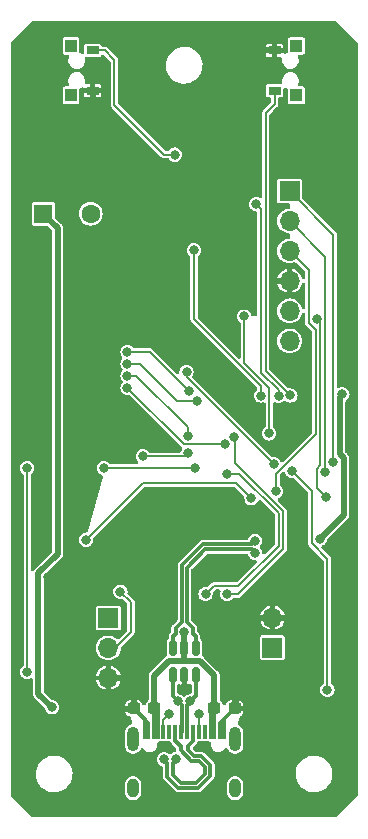
<source format=gbl>
%TF.GenerationSoftware,KiCad,Pcbnew,7.0.7*%
%TF.CreationDate,2023-11-27T18:28:25+03:00*%
%TF.ProjectId,Alatyr,416c6174-7972-42e6-9b69-6361645f7063,rev?*%
%TF.SameCoordinates,PX6422c40PY6146580*%
%TF.FileFunction,Copper,L2,Bot*%
%TF.FilePolarity,Positive*%
%FSLAX46Y46*%
G04 Gerber Fmt 4.6, Leading zero omitted, Abs format (unit mm)*
G04 Created by KiCad (PCBNEW 7.0.7) date 2023-11-27 18:28:25*
%MOMM*%
%LPD*%
G01*
G04 APERTURE LIST*
G04 Aperture macros list*
%AMRoundRect*
0 Rectangle with rounded corners*
0 $1 Rounding radius*
0 $2 $3 $4 $5 $6 $7 $8 $9 X,Y pos of 4 corners*
0 Add a 4 corners polygon primitive as box body*
4,1,4,$2,$3,$4,$5,$6,$7,$8,$9,$2,$3,0*
0 Add four circle primitives for the rounded corners*
1,1,$1+$1,$2,$3*
1,1,$1+$1,$4,$5*
1,1,$1+$1,$6,$7*
1,1,$1+$1,$8,$9*
0 Add four rect primitives between the rounded corners*
20,1,$1+$1,$2,$3,$4,$5,0*
20,1,$1+$1,$4,$5,$6,$7,0*
20,1,$1+$1,$6,$7,$8,$9,0*
20,1,$1+$1,$8,$9,$2,$3,0*%
G04 Aperture macros list end*
%TA.AperFunction,ComponentPad*%
%ADD10R,1.600000X1.600000*%
%TD*%
%TA.AperFunction,ComponentPad*%
%ADD11C,1.600000*%
%TD*%
%TA.AperFunction,ComponentPad*%
%ADD12R,1.700000X1.700000*%
%TD*%
%TA.AperFunction,ComponentPad*%
%ADD13O,1.700000X1.700000*%
%TD*%
%TA.AperFunction,SMDPad,CuDef*%
%ADD14RoundRect,0.237500X0.300000X0.237500X-0.300000X0.237500X-0.300000X-0.237500X0.300000X-0.237500X0*%
%TD*%
%TA.AperFunction,SMDPad,CuDef*%
%ADD15R,1.100000X0.700000*%
%TD*%
%TA.AperFunction,SMDPad,CuDef*%
%ADD16R,1.000000X1.100000*%
%TD*%
%TA.AperFunction,SMDPad,CuDef*%
%ADD17RoundRect,0.237500X-0.300000X-0.237500X0.300000X-0.237500X0.300000X0.237500X-0.300000X0.237500X0*%
%TD*%
%TA.AperFunction,SMDPad,CuDef*%
%ADD18RoundRect,0.150000X0.150000X-0.512500X0.150000X0.512500X-0.150000X0.512500X-0.150000X-0.512500X0*%
%TD*%
%TA.AperFunction,SMDPad,CuDef*%
%ADD19R,0.300000X1.150000*%
%TD*%
%TA.AperFunction,ComponentPad*%
%ADD20O,1.000000X1.600000*%
%TD*%
%TA.AperFunction,ComponentPad*%
%ADD21O,1.000000X2.100000*%
%TD*%
%TA.AperFunction,ViaPad*%
%ADD22C,0.800000*%
%TD*%
%TA.AperFunction,Conductor*%
%ADD23C,0.500000*%
%TD*%
%TA.AperFunction,Conductor*%
%ADD24C,0.300000*%
%TD*%
%TA.AperFunction,Conductor*%
%ADD25C,0.200000*%
%TD*%
G04 APERTURE END LIST*
D10*
%TO.P,HA1,1,-*%
%TO.N,/Unst.power*%
X1080723Y51395000D03*
D11*
%TO.P,HA1,2,+*%
%TO.N,Net-(HA1-+)*%
X5080723Y51395000D03*
%TD*%
D12*
%TO.P,XP2,1,Pin_1*%
%TO.N,/UART.Cmd_RX*%
X21925000Y53325000D03*
D13*
%TO.P,XP2,2,Pin_2*%
%TO.N,/UART.Cmd_TX*%
X21925000Y50785000D03*
%TO.P,XP2,3,Pin_3*%
%TO.N,/SWDIO*%
X21925000Y48245000D03*
%TO.P,XP2,4,Pin_4*%
%TO.N,GND*%
X21925000Y45705000D03*
%TO.P,XP2,5,Pin_5*%
%TO.N,/SWCLK*%
X21925000Y43165000D03*
%TO.P,XP2,6,Pin_6*%
%TO.N,+3V3*%
X21925000Y40625000D03*
%TD*%
D12*
%TO.P,XP1,1,Pin_1*%
%TO.N,/AKB*%
X20475000Y14655000D03*
D13*
%TO.P,XP1,2,Pin_2*%
%TO.N,GND*%
X20475000Y17195000D03*
%TD*%
D14*
%TO.P,C1,1*%
%TO.N,/USB.power*%
X10450000Y9535000D03*
%TO.P,C1,2*%
%TO.N,GND*%
X8725000Y9535000D03*
%TD*%
D12*
%TO.P,XP3,1,Pin_1*%
%TO.N,/5V*%
X6575000Y17175000D03*
D13*
%TO.P,XP3,2,Pin_2*%
%TO.N,/NPX.D5V*%
X6575000Y14635000D03*
%TO.P,XP3,3,Pin_3*%
%TO.N,GND*%
X6575000Y12095000D03*
%TD*%
D15*
%TO.P,SW1,1,1*%
%TO.N,GND*%
X5250000Y61820000D03*
%TO.P,SW1,2,2*%
%TO.N,/BUT1*%
X5250000Y65220000D03*
D16*
%TO.P,SW1,H*%
%TO.N,N/C*%
X3400000Y61420000D03*
X3400000Y65620000D03*
%TD*%
D17*
%TO.P,C2,1*%
%TO.N,/USB.power*%
X15550000Y9535000D03*
%TO.P,C2,2*%
%TO.N,GND*%
X17275000Y9535000D03*
%TD*%
D18*
%TO.P,VD1,1,I/O1*%
%TO.N,/D+*%
X13975270Y12382110D03*
%TO.P,VD1,2,GND*%
%TO.N,GND*%
X13025270Y12382110D03*
%TO.P,VD1,3,I/O2*%
%TO.N,/D-*%
X12075270Y12382110D03*
%TO.P,VD1,4,I/O2*%
%TO.N,/USB.D-*%
X12075270Y14657110D03*
%TO.P,VD1,5,Vbus*%
%TO.N,/USB.power*%
X13025270Y14657110D03*
%TO.P,VD1,6,I/O1*%
%TO.N,/USB.D+*%
X13975270Y14657110D03*
%TD*%
D15*
%TO.P,SW2,1,1*%
%TO.N,GND*%
X20650000Y65220000D03*
%TO.P,SW2,2,2*%
%TO.N,/BUT2*%
X20650000Y61820000D03*
D16*
%TO.P,SW2,H*%
%TO.N,N/C*%
X22500000Y65620000D03*
X22500000Y61420000D03*
%TD*%
D19*
%TO.P,XS1,A1,GND*%
%TO.N,GND*%
X16350000Y7495000D03*
%TO.P,XS1,A4,VBUS*%
%TO.N,/USB.power*%
X15550000Y7495000D03*
%TO.P,XS1,A5,CC1*%
%TO.N,Net-(XS1-CC1)*%
X14250000Y7495000D03*
%TO.P,XS1,A6,D+*%
%TO.N,/D+*%
X13250000Y7495000D03*
%TO.P,XS1,A7,D-*%
%TO.N,/D-*%
X12750000Y7495000D03*
%TO.P,XS1,A8,SBU1*%
%TO.N,unconnected-(XS1-SBU1-PadA8)*%
X11750000Y7495000D03*
%TO.P,XS1,A9,VBUS*%
%TO.N,/USB.power*%
X10450000Y7495000D03*
%TO.P,XS1,A12,GND*%
%TO.N,GND*%
X9650000Y7495000D03*
%TO.P,XS1,B1,GND*%
X9950000Y7495000D03*
%TO.P,XS1,B4,VBUS*%
%TO.N,/USB.power*%
X10750000Y7495000D03*
%TO.P,XS1,B5,CC2*%
%TO.N,Net-(XS1-CC2)*%
X11250000Y7495000D03*
%TO.P,XS1,B6,D+*%
%TO.N,/D+*%
X12250000Y7495000D03*
%TO.P,XS1,B7,D-*%
%TO.N,/D-*%
X13750000Y7495000D03*
%TO.P,XS1,B8,SBU2*%
%TO.N,unconnected-(XS1-SBU2-PadB8)*%
X14750000Y7495000D03*
%TO.P,XS1,B9,VBUS*%
%TO.N,/USB.power*%
X15250000Y7495000D03*
%TO.P,XS1,B12,GND*%
%TO.N,GND*%
X16050000Y7495000D03*
D20*
%TO.P,XS1,S1,SHIELD*%
%TO.N,unconnected-(XS1-SHIELD-PadS1)*%
X17320000Y2750000D03*
D21*
X17320000Y6930000D03*
D20*
X8680000Y2750000D03*
D21*
X8680000Y6930000D03*
%TD*%
D22*
%TO.N,GND*%
X12000000Y27800000D03*
X27000000Y50000000D03*
X0Y55000000D03*
X27000000Y59000000D03*
X7800000Y54200000D03*
X0Y65000000D03*
X20700000Y41800000D03*
X27000000Y10000000D03*
X3200000Y36300000D03*
X10100000Y20000000D03*
X8800000Y14300000D03*
X27000000Y24000000D03*
X2400000Y57100000D03*
X3800000Y48400000D03*
X25000000Y55000000D03*
X23000000Y9000000D03*
X-200000Y46100000D03*
X7200000Y9500000D03*
X13300000Y58500000D03*
X80000Y9700000D03*
X27000000Y44000000D03*
X19100000Y56700000D03*
X22000000Y57900000D03*
X11400000Y55000000D03*
X16000000Y21000000D03*
X16800000Y27400000D03*
X500000Y34400000D03*
X18100000Y10900000D03*
X22000000Y28100000D03*
X4000000Y16100000D03*
X18100000Y24400000D03*
X-1000000Y15000000D03*
X18300000Y60600000D03*
X21200000Y37837500D03*
X6600000Y23100000D03*
X16200000Y37700000D03*
X9400000Y33900000D03*
X9000000Y45500000D03*
X14400000Y39800000D03*
X15000000Y1000000D03*
X5000000Y5000000D03*
X15100000Y43875000D03*
X19300000Y65220000D03*
X23147500Y21000000D03*
X7000000Y57300000D03*
X4700000Y33100000D03*
X-800000Y31200000D03*
X11525270Y22300000D03*
X10000000Y1000000D03*
X27000000Y7000000D03*
X27000000Y47000000D03*
X27000000Y62000000D03*
X27100000Y32700000D03*
X5250000Y60600000D03*
X22600000Y22800000D03*
X27000000Y41000000D03*
X25000000Y60000000D03*
X20000000Y5000000D03*
X13025270Y11200000D03*
X27000000Y65000000D03*
X27000000Y56000000D03*
X20300000Y31600000D03*
X27000000Y16000000D03*
X18300000Y18200000D03*
X1500000Y20600000D03*
X18700000Y51275000D03*
X6000000Y1000000D03*
X-1000000Y7000000D03*
X19000000Y1000000D03*
X750000Y38750000D03*
X15700000Y15500000D03*
X27000000Y53000000D03*
X13100000Y23700000D03*
X26650000Y21000000D03*
X11000000Y42300000D03*
X23800000Y14500000D03*
X11025000Y49200000D03*
X10000000Y65000000D03*
X25000000Y65000000D03*
X10300000Y60600000D03*
X0Y60000000D03*
%TO.N,/Unst.power*%
X1805000Y9600000D03*
%TO.N,+3V3*%
X24500000Y23875000D03*
X26400000Y36100000D03*
%TO.N,/OSC_IN*%
X18100000Y42700000D03*
X20200000Y32800000D03*
%TO.N,/OSC_OUT*%
X19500500Y36000000D03*
X13835000Y48300000D03*
%TO.N,/BatADC*%
X16637500Y19200000D03*
X17236421Y32514922D03*
%TO.N,/IS_CHARGING*%
X25125000Y11100000D03*
X22137349Y29611849D03*
%TO.N,/5V_EN*%
X-300000Y12600000D03*
X6200000Y29875000D03*
X13925000Y29875000D03*
X-300000Y29875000D03*
%TO.N,/BUT2*%
X21992523Y36007477D03*
%TO.N,/BUT1*%
X12200000Y56400000D03*
%TO.N,/BLE.TX*%
X14099500Y35583153D03*
X8200000Y38700000D03*
%TO.N,/BLE.RX*%
X8199079Y39700000D03*
X13400000Y36400000D03*
%TO.N,/BLE.PWRC*%
X13300000Y32570473D03*
X8200000Y37700000D03*
%TO.N,/BLE.RST*%
X8199079Y36670609D03*
X16472003Y31870973D03*
%TO.N,/BLE.STATUS*%
X13300000Y31100000D03*
X9500000Y30874138D03*
%TO.N,/USB.D-*%
X19000000Y23700000D03*
%TO.N,/USB.D+*%
X19000000Y22700000D03*
%TO.N,/SWDIO*%
X20800000Y27900000D03*
%TO.N,/SWCLK*%
X24242019Y42500000D03*
X25000000Y27375000D03*
%TO.N,/VIBRO*%
X20993056Y35999104D03*
X19100000Y52200000D03*
%TO.N,/BatADC_EN*%
X14812500Y19200000D03*
X16600000Y29375000D03*
%TO.N,/USB.power*%
X13025270Y16000000D03*
%TO.N,/NPX.D3V*%
X18695000Y27300000D03*
X4700000Y23800000D03*
%TO.N,/BUZZER*%
X20579977Y30179977D03*
X13200000Y38000000D03*
%TO.N,/UART.Cmd_TX*%
X24941519Y29513351D03*
%TO.N,/UART.Cmd_RX*%
X25641019Y30375000D03*
%TO.N,/NPX.D5V*%
X7600000Y19400000D03*
%TO.N,Net-(XS1-CC1)*%
X14250000Y9000000D03*
%TO.N,Net-(XS1-CC2)*%
X11750000Y9000000D03*
%TO.N,/D+*%
X12300000Y5200000D03*
X13500000Y10100000D03*
%TO.N,/D-*%
X11300000Y5200000D03*
X12500000Y10100000D03*
%TD*%
D23*
%TO.N,GND*%
X11885418Y27800000D02*
X12000000Y27800000D01*
X13100000Y23700000D02*
X16800000Y27400000D01*
X14400000Y38360661D02*
X14250000Y38210661D01*
X20805000Y45705000D02*
X21925000Y45705000D01*
X21200000Y37837500D02*
X20500000Y38537500D01*
X23147500Y21000000D02*
X23147500Y18747500D01*
X18700000Y47475000D02*
X15100000Y43875000D01*
X11025000Y49200000D02*
X5250000Y54975000D01*
X14250000Y38210661D02*
X11260661Y41200000D01*
X11260661Y41200000D02*
X7300000Y41200000D01*
X5250000Y61820000D02*
X5250000Y60600000D01*
X5250000Y54975000D02*
X5250000Y60600000D01*
D24*
X16050000Y7495000D02*
X16050000Y8310000D01*
D23*
X9000000Y45500000D02*
X9000000Y44300000D01*
X7905000Y12095000D02*
X8725000Y11275000D01*
X6600000Y23100000D02*
X11525270Y22300000D01*
X20700000Y41800000D02*
X20500000Y42000000D01*
X6575000Y12095000D02*
X7905000Y12095000D01*
D24*
X9950000Y8310000D02*
X8725000Y9535000D01*
D23*
X16037500Y56800000D02*
X16037500Y53937500D01*
X9000000Y45500000D02*
X9000000Y47175000D01*
X10500000Y23300000D02*
X10500000Y26400000D01*
X23400000Y36300000D02*
X23400000Y33600000D01*
X22600000Y21547500D02*
X23147500Y21000000D01*
X21200000Y37837500D02*
X21862500Y37837500D01*
X3200000Y36300000D02*
X3200000Y25700000D01*
X11150000Y27064582D02*
X11885418Y27800000D01*
X17275000Y9535000D02*
X17275000Y10075000D01*
X9000000Y44300000D02*
X11000000Y42300000D01*
X23400000Y33600000D02*
X21400000Y31600000D01*
X20500000Y38537500D02*
X20500000Y41600000D01*
X9700000Y20000000D02*
X6600000Y23100000D01*
X11700000Y22300000D02*
X13100000Y23700000D01*
X19300000Y60062500D02*
X19300000Y65220000D01*
X21862500Y37837500D02*
X23400000Y36300000D01*
X16037500Y56800000D02*
X19300000Y60062500D01*
X80000Y9700000D02*
X1030000Y8750000D01*
X17275000Y10075000D02*
X18100000Y10900000D01*
X22600000Y22800000D02*
X22600000Y21547500D01*
X1030000Y8750000D02*
X6450000Y8750000D01*
X20650000Y65220000D02*
X19300000Y65220000D01*
X7200000Y9500000D02*
X8690000Y9500000D01*
X6600000Y23100000D02*
X3200000Y22300000D01*
X8725000Y11275000D02*
X8725000Y9535000D01*
D24*
X8690000Y9500000D02*
X8725000Y9535000D01*
D23*
X20500000Y41600000D02*
X20700000Y41800000D01*
X14250000Y37450000D02*
X14250000Y38210661D01*
X4000000Y16100000D02*
X4000000Y11500000D01*
X11525270Y22300000D02*
X11700000Y22300000D01*
X11000000Y41460661D02*
X11260661Y41200000D01*
D24*
X13025270Y11200000D02*
X13025270Y12382110D01*
D23*
X6000000Y9500000D02*
X7200000Y9500000D01*
X4000000Y11500000D02*
X6000000Y9500000D01*
X9000000Y47175000D02*
X11025000Y49200000D01*
X3200000Y25700000D02*
X3200000Y22300000D01*
X20300000Y31600000D02*
X20100000Y31600000D01*
D24*
X9650000Y7495000D02*
X9650000Y8610000D01*
D23*
X6450000Y8750000D02*
X7200000Y9500000D01*
D24*
X9950000Y7495000D02*
X9950000Y8310000D01*
D23*
X11000000Y42300000D02*
X11000000Y41460661D01*
X20470000Y17200000D02*
X17400000Y17200000D01*
X11150000Y27050000D02*
X11150000Y27064582D01*
D24*
X9650000Y8610000D02*
X8725000Y9535000D01*
D23*
X20500000Y45400000D02*
X20805000Y45705000D01*
D24*
X16350000Y8610000D02*
X17275000Y9535000D01*
D23*
X23147500Y18747500D02*
X21595000Y17195000D01*
X18700000Y51275000D02*
X18700000Y47475000D01*
X18700000Y51275000D02*
X16625000Y49200000D01*
X8800000Y13000000D02*
X7895000Y12095000D01*
D24*
X16350000Y7495000D02*
X16350000Y8610000D01*
D23*
X17400000Y17200000D02*
X15700000Y15500000D01*
X26700000Y21050000D02*
X26650000Y21000000D01*
X1500000Y20600000D02*
X4000000Y16100000D01*
X7895000Y12095000D02*
X6575000Y12095000D01*
D24*
X16050000Y8310000D02*
X17275000Y9535000D01*
D23*
X8800000Y14300000D02*
X8800000Y13000000D01*
X15700000Y15500000D02*
X18100000Y10900000D01*
X16037500Y53937500D02*
X18700000Y51275000D01*
X10500000Y26400000D02*
X11150000Y27050000D01*
X10100000Y20000000D02*
X9700000Y20000000D01*
X20475000Y17195000D02*
X20470000Y17200000D01*
X20500000Y42000000D02*
X20500000Y45400000D01*
X16625000Y49200000D02*
X11025000Y49200000D01*
X11525270Y22300000D02*
X11500000Y22300000D01*
X14400000Y39800000D02*
X14400000Y38360661D01*
X21400000Y31600000D02*
X20300000Y31600000D01*
X20100000Y31600000D02*
X14250000Y37450000D01*
X7300000Y41200000D02*
X3200000Y37100000D01*
X3200000Y37100000D02*
X3200000Y36300000D01*
X21595000Y17195000D02*
X20475000Y17195000D01*
X3200000Y22300000D02*
X1500000Y20600000D01*
X11500000Y22300000D02*
X10500000Y23300000D01*
%TO.N,/Unst.power*%
X2300000Y22602082D02*
X2300000Y50175723D01*
X2300000Y50175723D02*
X1080723Y51395000D01*
X1805000Y9600000D02*
X650000Y10755000D01*
X650000Y20952082D02*
X2300000Y22602082D01*
X650000Y10755000D02*
X650000Y20952082D01*
%TO.N,+3V3*%
X26191019Y31027082D02*
X26491019Y30727082D01*
X26491019Y25866019D02*
X24500000Y23875000D01*
X26191019Y35891019D02*
X26191019Y31027082D01*
X26400000Y36100000D02*
X26191019Y35891019D01*
X26491019Y30727082D02*
X26491019Y25866019D01*
D25*
%TO.N,/OSC_IN*%
X20200000Y36668628D02*
X18100000Y38768628D01*
X20200000Y32800000D02*
X20200000Y36668628D01*
X18100000Y38768628D02*
X18100000Y42700000D01*
%TO.N,/OSC_OUT*%
X19500500Y36802442D02*
X13835000Y42467942D01*
X19500500Y36000000D02*
X19500500Y36802442D01*
X13835000Y42467942D02*
X13835000Y48300000D01*
%TO.N,/BatADC*%
X21400000Y26205050D02*
X21400000Y23000000D01*
X21400000Y23000000D02*
X17600000Y19200000D01*
X17600000Y19200000D02*
X16637500Y19200000D01*
X17300000Y30305050D02*
X21400000Y26205050D01*
X17300000Y32451343D02*
X17300000Y30305050D01*
X17236421Y32514922D02*
X17300000Y32451343D01*
%TO.N,/IS_CHARGING*%
X23800000Y27949198D02*
X23800000Y23500000D01*
X25125000Y22175000D02*
X25125000Y11100000D01*
X23800000Y23500000D02*
X25125000Y22175000D01*
X22137349Y29611849D02*
X23800000Y27949198D01*
%TO.N,/5V_EN*%
X-300000Y29875000D02*
X-300000Y12600000D01*
X13925000Y29875000D02*
X6200000Y29875000D01*
X13925000Y29875000D02*
X13900000Y29900000D01*
%TO.N,/BUT2*%
X19900000Y38100000D02*
X19900000Y59900000D01*
X21992523Y36007477D02*
X19900000Y38100000D01*
X19900000Y59900000D02*
X20650000Y60650000D01*
X20650000Y60650000D02*
X20650000Y61820000D01*
%TO.N,/BUT1*%
X7100000Y64400000D02*
X6280000Y65220000D01*
X12200000Y56400000D02*
X11300000Y56400000D01*
X7100000Y60600000D02*
X7100000Y64400000D01*
X6280000Y65220000D02*
X5250000Y65220000D01*
X11300000Y56400000D02*
X7100000Y60600000D01*
%TO.N,/BLE.TX*%
X12416847Y35583153D02*
X9300000Y38700000D01*
X14099500Y35583153D02*
X12416847Y35583153D01*
X9300000Y38700000D02*
X8200000Y38700000D01*
%TO.N,/BLE.RX*%
X10100000Y39700000D02*
X8199079Y39700000D01*
X13400000Y36400000D02*
X10100000Y39700000D01*
%TO.N,/BLE.PWRC*%
X13300000Y32570473D02*
X13300000Y33300000D01*
X8900000Y37700000D02*
X8200000Y37700000D01*
X13300000Y33300000D02*
X8900000Y37700000D01*
%TO.N,/BLE.RST*%
X12999215Y31870473D02*
X16471503Y31870473D01*
X16471503Y31870473D02*
X16472003Y31870973D01*
X8199079Y36670609D02*
X12999215Y31870473D01*
%TO.N,/BLE.STATUS*%
X9500000Y30874138D02*
X13074138Y30874138D01*
X13074138Y30874138D02*
X13300000Y31100000D01*
D24*
%TO.N,/USB.D-*%
X12800000Y21400000D02*
X12800270Y16835661D01*
X12275270Y15850861D02*
X12075270Y15650861D01*
X12800000Y21618200D02*
X12800000Y21400000D01*
X12075270Y15650861D02*
X12075270Y14657110D01*
X18725001Y23425001D02*
X19000000Y23700000D01*
X12275270Y16310661D02*
X12275270Y15850861D01*
X12800270Y16835661D02*
X12275270Y16310661D01*
X14606801Y23425001D02*
X18725001Y23425001D01*
X12800000Y21618200D02*
X14606801Y23425001D01*
%TO.N,/USB.D+*%
X13775270Y15850861D02*
X13975270Y15650861D01*
X13775270Y16310661D02*
X13775270Y15850861D01*
X13250270Y21432070D02*
X13250270Y16835661D01*
X13975270Y15650861D02*
X13975270Y14657110D01*
X18725001Y22974999D02*
X19000000Y22700000D01*
X13250270Y16835661D02*
X13775270Y16310661D01*
X13250270Y21432070D02*
X14793199Y22974999D01*
X14793199Y22974999D02*
X18725001Y22974999D01*
D25*
%TO.N,/SWDIO*%
X23542019Y42157981D02*
X23542019Y46627981D01*
X20800000Y29400000D02*
X24141519Y32741519D01*
X20800000Y27900000D02*
X20800000Y29400000D01*
X24141519Y32741519D02*
X24141519Y41558481D01*
X24141519Y41558481D02*
X23542019Y42157981D01*
X23542019Y46627981D02*
X21925000Y48245000D01*
%TO.N,/SWCLK*%
X24541519Y42200500D02*
X24541519Y30103301D01*
X24242019Y42500000D02*
X24541519Y42200500D01*
X24541519Y30103301D02*
X24241519Y29803301D01*
X24241519Y29803301D02*
X24241519Y28133481D01*
X24241519Y28133481D02*
X25000000Y27375000D01*
%TO.N,/VIBRO*%
X19100000Y52200000D02*
X19500000Y51800000D01*
X19500000Y37934315D02*
X20993056Y36441258D01*
X20993056Y36441258D02*
X20993056Y35999104D01*
X19500000Y51800000D02*
X19500000Y37934315D01*
%TO.N,/BatADC_EN*%
X17664364Y29375000D02*
X21000000Y26039364D01*
X21000000Y23300000D02*
X17600000Y19900000D01*
X16600000Y29375000D02*
X17664364Y29375000D01*
X17600000Y19900000D02*
X15512500Y19900000D01*
X21000000Y26039364D02*
X21000000Y23300000D01*
X15512500Y19900000D02*
X14812500Y19200000D01*
D24*
%TO.N,/USB.power*%
X10450000Y7495000D02*
X10450000Y9535000D01*
D23*
X11676742Y13494610D02*
X10450000Y12267868D01*
X13000000Y13494610D02*
X11676742Y13494610D01*
X10450000Y12267868D02*
X10450000Y9535000D01*
X13025270Y14657110D02*
X13025270Y13519880D01*
X13025270Y14657110D02*
X13025270Y16000000D01*
D24*
X15250000Y9235000D02*
X15550000Y9535000D01*
X10750000Y7495000D02*
X10750000Y9235000D01*
X10750000Y9235000D02*
X10450000Y9535000D01*
X15550000Y7495000D02*
X15550000Y9535000D01*
D23*
X15550000Y9535000D02*
X15550000Y12318408D01*
D24*
X15250000Y7495000D02*
X15250000Y9235000D01*
D23*
X15550000Y12318408D02*
X14373798Y13494610D01*
X14373798Y13494610D02*
X13000000Y13494610D01*
X13025270Y13519880D02*
X13000000Y13494610D01*
D25*
%TO.N,/NPX.D3V*%
X9500000Y28600000D02*
X17395000Y28600000D01*
X4700000Y23800000D02*
X9500000Y28600000D01*
X17395000Y28600000D02*
X18695000Y27300000D01*
%TO.N,/BUZZER*%
X20579977Y30220023D02*
X20579977Y30179977D01*
X13200000Y37600000D02*
X20579977Y30220023D01*
X13200000Y38000000D02*
X13200000Y37600000D01*
%TO.N,/UART.Cmd_TX*%
X24941519Y47768481D02*
X21925000Y50785000D01*
X24941519Y29513351D02*
X24941519Y47768481D01*
%TO.N,/UART.Cmd_RX*%
X25641019Y30375000D02*
X25641019Y49608981D01*
X25641019Y49608981D02*
X21925000Y53325000D01*
%TO.N,/NPX.D5V*%
X8500000Y16000000D02*
X7135000Y14635000D01*
X8500000Y18500000D02*
X8500000Y16000000D01*
X7600000Y19400000D02*
X8500000Y18500000D01*
X7135000Y14635000D02*
X6575000Y14635000D01*
%TO.N,Net-(XS1-CC1)*%
X14250000Y9000000D02*
X14250000Y7495000D01*
%TO.N,Net-(XS1-CC2)*%
X11250000Y8500000D02*
X11250000Y7495000D01*
X11750000Y9000000D02*
X11250000Y8500000D01*
D24*
%TO.N,/D+*%
X12693200Y3225000D02*
X12025000Y3893200D01*
X13225001Y9825001D02*
X13500000Y10100000D01*
X14273197Y5045056D02*
X14768413Y4549840D01*
X14768413Y3986613D02*
X14006800Y3225000D01*
X13975270Y10575270D02*
X13975270Y12382110D01*
X13610153Y5045056D02*
X14273197Y5045056D01*
X12250000Y7495000D02*
X12250000Y6750000D01*
X13225001Y7519999D02*
X13225001Y9825001D01*
X14006800Y3225000D02*
X12693200Y3225000D01*
X12700000Y5955209D02*
X13610153Y5045056D01*
X12250000Y6750000D02*
X12700000Y6300000D01*
X12025000Y3893200D02*
X12025001Y4925001D01*
X12700000Y6300000D02*
X12700000Y5955209D01*
X14768413Y4549840D02*
X14768413Y3986613D01*
X12025001Y4925001D02*
X12300000Y5200000D01*
X13250000Y7495000D02*
X13225001Y7519999D01*
X13500000Y10100000D02*
X13975270Y10575270D01*
%TO.N,/D-*%
X13300000Y6300000D02*
X13300000Y5991609D01*
X11575000Y3706800D02*
X11574999Y4925001D01*
X12506800Y2775000D02*
X11575000Y3706800D01*
X12500000Y10100000D02*
X12075270Y10524730D01*
X13796553Y5495056D02*
X14459597Y5495056D01*
X13750000Y6750000D02*
X13300000Y6300000D01*
X11574999Y4925001D02*
X11300000Y5200000D01*
X13300000Y5991609D02*
X13796553Y5495056D01*
X12774999Y9825001D02*
X12500000Y10100000D01*
X14193200Y2775000D02*
X12506800Y2775000D01*
X13750000Y7495000D02*
X13750000Y6750000D01*
X12774999Y7519999D02*
X12774999Y9825001D01*
X14459597Y5495056D02*
X15218413Y4736240D01*
X12750000Y7495000D02*
X12774999Y7519999D01*
X15218413Y3800213D02*
X14193200Y2775000D01*
X15218413Y4736240D02*
X15218413Y3800213D01*
X12075270Y10524730D02*
X12075270Y12382110D01*
%TD*%
%TA.AperFunction,Conductor*%
%TO.N,GND*%
G36*
X13150770Y12562148D02*
G01*
X13205308Y12507610D01*
X13225270Y12433110D01*
X13225270Y11522057D01*
X13276523Y11529524D01*
X13381457Y11580823D01*
X13389189Y11586343D01*
X13461421Y11613387D01*
X13537497Y11600693D01*
X13597033Y11551661D01*
X13624077Y11479429D01*
X13624770Y11465080D01*
X13624770Y10852778D01*
X13604808Y10778278D01*
X13550270Y10723740D01*
X13495218Y10705053D01*
X13343242Y10685046D01*
X13197159Y10624537D01*
X13090705Y10542852D01*
X13019447Y10513337D01*
X12942979Y10523404D01*
X12909295Y10542852D01*
X12802840Y10624537D01*
X12656758Y10685046D01*
X12555321Y10698400D01*
X12484064Y10727916D01*
X12437112Y10789106D01*
X12425770Y10846125D01*
X12425770Y11465080D01*
X12445732Y11539580D01*
X12500270Y11594118D01*
X12574770Y11614080D01*
X12649270Y11594118D01*
X12661351Y11586343D01*
X12669082Y11580823D01*
X12774019Y11529523D01*
X12774024Y11529522D01*
X12825269Y11522055D01*
X12825269Y11522056D01*
X12825270Y12433110D01*
X12845232Y12507610D01*
X12899770Y12562148D01*
X12974270Y12582110D01*
X13076270Y12582110D01*
X13150770Y12562148D01*
G37*
%TD.AperFunction*%
%TA.AperFunction,Conductor*%
G36*
X25888311Y67679538D02*
G01*
X25919170Y67655860D01*
X27655860Y65919169D01*
X27694423Y65852376D01*
X27699500Y65813812D01*
X27699500Y2186189D01*
X27679538Y2111689D01*
X27655859Y2080830D01*
X25919170Y344141D01*
X25852375Y305577D01*
X25813811Y300500D01*
X186189Y300500D01*
X111689Y320462D01*
X80830Y344141D01*
X-1655859Y2080830D01*
X-1694423Y2147625D01*
X-1699500Y2186189D01*
X-1699500Y2407628D01*
X7979500Y2407628D01*
X7991020Y2312753D01*
X7994860Y2281126D01*
X8055181Y2122071D01*
X8083648Y2080830D01*
X8151817Y1982071D01*
X8151819Y1982070D01*
X8151820Y1982068D01*
X8279146Y1869268D01*
X8279148Y1869266D01*
X8429775Y1790210D01*
X8594944Y1749500D01*
X8765056Y1749500D01*
X8930225Y1790210D01*
X9080852Y1869266D01*
X9208183Y1982071D01*
X9304818Y2122070D01*
X9365140Y2281128D01*
X9380500Y2407628D01*
X16619500Y2407628D01*
X16631020Y2312753D01*
X16634860Y2281126D01*
X16695181Y2122071D01*
X16723648Y2080830D01*
X16791817Y1982071D01*
X16791819Y1982070D01*
X16791820Y1982068D01*
X16919146Y1869268D01*
X16919148Y1869266D01*
X17069775Y1790210D01*
X17234944Y1749500D01*
X17405056Y1749500D01*
X17570225Y1790210D01*
X17720852Y1869266D01*
X17848183Y1982071D01*
X17944818Y2122070D01*
X18005140Y2281128D01*
X18020500Y2407628D01*
X18020500Y3092372D01*
X18005140Y3218872D01*
X17944818Y3377930D01*
X17848183Y3517929D01*
X17848180Y3517932D01*
X17848179Y3517933D01*
X17720853Y3630733D01*
X17720854Y3630733D01*
X17570224Y3709791D01*
X17405056Y3750500D01*
X17234944Y3750500D01*
X17069775Y3709791D01*
X16919145Y3630733D01*
X16791820Y3517933D01*
X16791817Y3517929D01*
X16695181Y3377930D01*
X16634860Y3218875D01*
X16634860Y3218872D01*
X16619500Y3092372D01*
X16619500Y2407628D01*
X9380500Y2407628D01*
X9380500Y3092372D01*
X9365140Y3218872D01*
X9304818Y3377930D01*
X9208183Y3517929D01*
X9208180Y3517932D01*
X9208179Y3517933D01*
X9080853Y3630733D01*
X9080854Y3630733D01*
X8930224Y3709791D01*
X8765056Y3750500D01*
X8594944Y3750500D01*
X8429775Y3709791D01*
X8279145Y3630733D01*
X8151820Y3517933D01*
X8151817Y3517929D01*
X8055181Y3377930D01*
X7994860Y3218875D01*
X7994860Y3218872D01*
X7979500Y3092372D01*
X7979500Y2407628D01*
X-1699500Y2407628D01*
X-1699500Y3907365D01*
X445718Y3907365D01*
X460880Y3782493D01*
X475893Y3658847D01*
X545538Y3418403D01*
X545539Y3418399D01*
X652859Y3192227D01*
X652861Y3192224D01*
X795064Y2986208D01*
X795065Y2986207D01*
X795068Y2986203D01*
X968484Y2805659D01*
X1168615Y2655270D01*
X1390279Y2538931D01*
X1627734Y2459657D01*
X1627738Y2459657D01*
X1627739Y2459656D01*
X1874824Y2419501D01*
X1874828Y2419500D01*
X1874831Y2419500D01*
X2062477Y2419500D01*
X2062481Y2419500D01*
X2249527Y2434600D01*
X2492591Y2494510D01*
X2722897Y2592634D01*
X2934481Y2726432D01*
X2934482Y2726434D01*
X2934485Y2726435D01*
X3023912Y2805661D01*
X3121862Y2892437D01*
X3280188Y3086350D01*
X3405357Y3303150D01*
X3494128Y3537220D01*
X3544202Y3782500D01*
X3554282Y4032635D01*
X3524107Y4281149D01*
X3506209Y4342940D01*
X3454461Y4521598D01*
X3454460Y4521602D01*
X3347140Y4747774D01*
X3347138Y4747777D01*
X3204935Y4953793D01*
X3204934Y4953794D01*
X3204932Y4953797D01*
X3031516Y5134341D01*
X2831385Y5284730D01*
X2609721Y5401069D01*
X2372266Y5480343D01*
X2372262Y5480344D01*
X2372261Y5480344D01*
X2372260Y5480345D01*
X2125175Y5520500D01*
X2125169Y5520500D01*
X1937519Y5520500D01*
X1888898Y5516575D01*
X1750474Y5505401D01*
X1507406Y5445490D01*
X1277103Y5347366D01*
X1277101Y5347365D01*
X1065514Y5213566D01*
X878140Y5047566D01*
X719810Y4853649D01*
X594642Y4636850D01*
X594641Y4636848D01*
X505875Y4402791D01*
X505871Y4402780D01*
X455799Y4157508D01*
X455798Y4157504D01*
X455798Y4157500D01*
X445718Y3907365D01*
X-1699500Y3907365D01*
X-1699500Y12599998D01*
X-905682Y12599998D01*
X-885046Y12443243D01*
X-824537Y12297160D01*
X-754297Y12205622D01*
X-728282Y12171718D01*
X-602841Y12075464D01*
X-456762Y12014956D01*
X-456759Y12014956D01*
X-456757Y12014955D01*
X-456760Y12014955D01*
X-300003Y11994318D01*
X-300000Y11994318D01*
X-299997Y11994318D01*
X-143243Y12014955D01*
X-143242Y12014956D01*
X-143238Y12014956D01*
X-6519Y12071588D01*
X69948Y12081654D01*
X141205Y12052139D01*
X188158Y11990949D01*
X199500Y11933929D01*
X199500Y10784487D01*
X199031Y10776139D01*
X194730Y10737969D01*
X194730Y10737961D01*
X205788Y10679521D01*
X214653Y10620709D01*
X217169Y10612552D01*
X219977Y10604526D01*
X247777Y10551928D01*
X273572Y10498362D01*
X278384Y10491304D01*
X283435Y10484461D01*
X325494Y10442401D01*
X365945Y10398806D01*
X374675Y10391844D01*
X373907Y10390882D01*
X387257Y10380639D01*
X1168317Y9599579D01*
X1206881Y9532784D01*
X1210683Y9513670D01*
X1219956Y9443238D01*
X1280463Y9297160D01*
X1343316Y9215249D01*
X1376718Y9171718D01*
X1502159Y9075464D01*
X1648238Y9014956D01*
X1648241Y9014956D01*
X1648243Y9014955D01*
X1648240Y9014955D01*
X1804997Y8994318D01*
X1805000Y8994318D01*
X1805003Y8994318D01*
X1961757Y9014955D01*
X1961758Y9014956D01*
X1961762Y9014956D01*
X2107841Y9075464D01*
X2233282Y9171718D01*
X2329536Y9297159D01*
X2390044Y9443238D01*
X2394729Y9478819D01*
X2410682Y9599998D01*
X2410682Y9600003D01*
X2390045Y9756758D01*
X2390044Y9756760D01*
X2390044Y9756762D01*
X2329536Y9902841D01*
X2233282Y10028282D01*
X2158906Y10085353D01*
X2107840Y10124537D01*
X2013363Y10163670D01*
X1961762Y10185044D01*
X1891328Y10194318D01*
X1820072Y10223833D01*
X1805420Y10236683D01*
X1144141Y10897962D01*
X1105577Y10964757D01*
X1100500Y11003321D01*
X1100500Y11895000D01*
X5539617Y11895000D01*
X5540192Y11889161D01*
X5600232Y11691239D01*
X5600234Y11691234D01*
X5697725Y11508839D01*
X5697730Y11508832D01*
X5828945Y11348946D01*
X5988831Y11217731D01*
X5988838Y11217726D01*
X6171233Y11120235D01*
X6171240Y11120232D01*
X6369164Y11060192D01*
X6375000Y11059619D01*
X6375000Y11446709D01*
X6394962Y11521209D01*
X6449500Y11575747D01*
X6524000Y11595709D01*
X6534628Y11595330D01*
X6539231Y11595001D01*
X6539237Y11595000D01*
X6539243Y11595000D01*
X6610757Y11595000D01*
X6610763Y11595000D01*
X6610768Y11595001D01*
X6615372Y11595330D01*
X6691107Y11580732D01*
X6749395Y11530223D01*
X6774621Y11457337D01*
X6775000Y11446709D01*
X6775000Y11059619D01*
X6780835Y11060192D01*
X6978759Y11120232D01*
X6978766Y11120235D01*
X7161161Y11217726D01*
X7161168Y11217731D01*
X7321054Y11348946D01*
X7452269Y11508832D01*
X7452274Y11508839D01*
X7549765Y11691234D01*
X7549767Y11691239D01*
X7609807Y11889161D01*
X7610383Y11895000D01*
X7224000Y11895000D01*
X7149500Y11914962D01*
X7094962Y11969500D01*
X7075000Y12044000D01*
X7075000Y12146000D01*
X7094962Y12220500D01*
X7149500Y12275038D01*
X7224000Y12295000D01*
X7610382Y12295000D01*
X7609807Y12300840D01*
X7549767Y12498762D01*
X7549765Y12498767D01*
X7452274Y12681162D01*
X7452269Y12681169D01*
X7321054Y12841055D01*
X7161168Y12972270D01*
X7161161Y12972275D01*
X6978766Y13069766D01*
X6978761Y13069768D01*
X6780838Y13129808D01*
X6780841Y13129808D01*
X6775000Y13130383D01*
X6775000Y12743292D01*
X6755038Y12668792D01*
X6700500Y12614254D01*
X6626000Y12594292D01*
X6615387Y12594670D01*
X6610766Y12595000D01*
X6610763Y12595000D01*
X6539237Y12595000D01*
X6539234Y12595000D01*
X6534613Y12594670D01*
X6458880Y12609276D01*
X6400596Y12659790D01*
X6375378Y12732679D01*
X6375000Y12743292D01*
X6375000Y13130383D01*
X6369160Y13129808D01*
X6171238Y13069768D01*
X6171233Y13069766D01*
X5988838Y12972275D01*
X5988831Y12972270D01*
X5828945Y12841055D01*
X5697730Y12681169D01*
X5697725Y12681162D01*
X5600234Y12498767D01*
X5600232Y12498762D01*
X5540192Y12300840D01*
X5539617Y12295000D01*
X5926000Y12295000D01*
X6000500Y12275038D01*
X6055038Y12220500D01*
X6075000Y12146000D01*
X6075000Y12044000D01*
X6055038Y11969500D01*
X6000500Y11914962D01*
X5926000Y11895000D01*
X5539617Y11895000D01*
X1100500Y11895000D01*
X1100500Y14635000D01*
X5519417Y14635000D01*
X5539700Y14429063D01*
X5599768Y14231045D01*
X5697310Y14048558D01*
X5697313Y14048554D01*
X5697315Y14048550D01*
X5828590Y13888590D01*
X5988550Y13757315D01*
X6171046Y13659768D01*
X6369063Y13599701D01*
X6369066Y13599700D01*
X6575000Y13579417D01*
X6780934Y13599700D01*
X6978954Y13659768D01*
X7161450Y13757315D01*
X7321410Y13888590D01*
X7452685Y14048550D01*
X7550232Y14231046D01*
X7610300Y14429066D01*
X7630583Y14635000D01*
X7630582Y14635003D01*
X7630583Y14635006D01*
X7630583Y14642321D01*
X7633348Y14642321D01*
X7643686Y14705167D01*
X7674079Y14749110D01*
X8667456Y15742486D01*
X8675241Y15749259D01*
X8684216Y15756037D01*
X8684228Y15756042D01*
X8716245Y15791164D01*
X8718569Y15793599D01*
X8732175Y15807203D01*
X8733201Y15808702D01*
X8739597Y15816780D01*
X8759916Y15839067D01*
X8761368Y15842817D01*
X8777388Y15873208D01*
X8779657Y15876520D01*
X8786557Y15905862D01*
X8789612Y15915724D01*
X8800500Y15943827D01*
X8800500Y15947853D01*
X8804458Y15981968D01*
X8805379Y15985882D01*
X8801214Y16015741D01*
X8800499Y16026021D01*
X8800499Y18436294D01*
X8801215Y18446605D01*
X8802771Y18457760D01*
X8802773Y18457765D01*
X8800578Y18505237D01*
X8800500Y18508656D01*
X8800500Y18527841D01*
X8800500Y18527844D01*
X8800166Y18529626D01*
X8798976Y18539878D01*
X8797585Y18569992D01*
X8795957Y18573679D01*
X8785799Y18606485D01*
X8785061Y18610432D01*
X8785061Y18610433D01*
X8769193Y18636060D01*
X8764381Y18645191D01*
X8752206Y18672765D01*
X8749359Y18675612D01*
X8728037Y18702532D01*
X8725919Y18705952D01*
X8725917Y18705954D01*
X8701869Y18724114D01*
X8694076Y18730895D01*
X8236615Y19188356D01*
X8198051Y19255151D01*
X8194249Y19313160D01*
X8205682Y19400000D01*
X8185044Y19556762D01*
X8124536Y19702841D01*
X8028282Y19828282D01*
X7902841Y19924536D01*
X7902840Y19924537D01*
X7822944Y19957631D01*
X7756762Y19985044D01*
X7756760Y19985045D01*
X7756756Y19985046D01*
X7756759Y19985046D01*
X7600003Y20005682D01*
X7599997Y20005682D01*
X7443242Y19985046D01*
X7297159Y19924537D01*
X7171718Y19828283D01*
X7171717Y19828282D01*
X7075463Y19702841D01*
X7014954Y19556758D01*
X6994318Y19400003D01*
X6994318Y19399998D01*
X7014954Y19243243D01*
X7075463Y19097160D01*
X7151451Y18998131D01*
X7171718Y18971718D01*
X7297159Y18875464D01*
X7443238Y18814956D01*
X7443241Y18814956D01*
X7443243Y18814955D01*
X7443240Y18814955D01*
X7599997Y18794318D01*
X7600000Y18794318D01*
X7686838Y18805751D01*
X7763303Y18795685D01*
X7811644Y18763385D01*
X8155859Y18419170D01*
X8194423Y18352375D01*
X8199500Y18313811D01*
X8199500Y16186191D01*
X8179538Y16111691D01*
X8155859Y16080832D01*
X7491065Y15416038D01*
X7424270Y15377474D01*
X7347142Y15377474D01*
X7291182Y15406218D01*
X7169987Y15505679D01*
X7161450Y15512685D01*
X7161446Y15512687D01*
X7161442Y15512690D01*
X6978955Y15610232D01*
X6780936Y15670300D01*
X6780937Y15670300D01*
X6626483Y15685513D01*
X6575000Y15690583D01*
X6574999Y15690583D01*
X6369062Y15670300D01*
X6171044Y15610232D01*
X5988557Y15512690D01*
X5988547Y15512683D01*
X5828590Y15381411D01*
X5828589Y15381410D01*
X5697317Y15221453D01*
X5697310Y15221443D01*
X5599768Y15038956D01*
X5539700Y14840938D01*
X5519417Y14635000D01*
X1100500Y14635000D01*
X1100500Y16305252D01*
X5524500Y16305252D01*
X5536132Y16246770D01*
X5536133Y16246769D01*
X5580448Y16180448D01*
X5646769Y16136133D01*
X5705252Y16124500D01*
X7444748Y16124500D01*
X7503231Y16136133D01*
X7569552Y16180448D01*
X7613867Y16246769D01*
X7625500Y16305252D01*
X7625500Y18044748D01*
X7613867Y18103231D01*
X7569552Y18169552D01*
X7503231Y18213867D01*
X7503230Y18213868D01*
X7444748Y18225500D01*
X5705252Y18225500D01*
X5646769Y18213868D01*
X5580448Y18169552D01*
X5536132Y18103231D01*
X5524500Y18044749D01*
X5524500Y16305252D01*
X1100500Y16305252D01*
X1100500Y20703761D01*
X1120462Y20778261D01*
X1144141Y20809120D01*
X1805518Y21470497D01*
X2597716Y22262696D01*
X2603931Y22268250D01*
X2633970Y22292203D01*
X2667471Y22341341D01*
X2702793Y22389199D01*
X2702795Y22389208D01*
X2706781Y22396746D01*
X2710465Y22404400D01*
X2710472Y22404409D01*
X2728004Y22461251D01*
X2747646Y22517382D01*
X2747646Y22517385D01*
X2749226Y22525736D01*
X2750500Y22534182D01*
X2750500Y22593655D01*
X2751654Y22624499D01*
X2752724Y22653092D01*
X2752722Y22653097D01*
X2751474Y22664185D01*
X2752682Y22664322D01*
X2750500Y22681006D01*
X2750500Y23799998D01*
X4094318Y23799998D01*
X4114954Y23643243D01*
X4175463Y23497160D01*
X4252196Y23397160D01*
X4271718Y23371718D01*
X4397159Y23275464D01*
X4543238Y23214956D01*
X4543241Y23214956D01*
X4543243Y23214955D01*
X4543240Y23214955D01*
X4699997Y23194318D01*
X4700000Y23194318D01*
X4700003Y23194318D01*
X4856757Y23214955D01*
X4856758Y23214956D01*
X4856762Y23214956D01*
X5002841Y23275464D01*
X5128282Y23371718D01*
X5224536Y23497159D01*
X5285044Y23643238D01*
X5292518Y23700003D01*
X5305682Y23799998D01*
X5305682Y23800003D01*
X5294250Y23886839D01*
X5304317Y23963307D01*
X5336616Y24011646D01*
X9580830Y28255859D01*
X9647625Y28294423D01*
X9686189Y28299500D01*
X17208811Y28299500D01*
X17283311Y28279538D01*
X17314170Y28255859D01*
X18058383Y27511645D01*
X18096947Y27444850D01*
X18100750Y27386839D01*
X18093724Y27333468D01*
X18089854Y27304067D01*
X18089318Y27299998D01*
X18109954Y27143243D01*
X18170463Y26997160D01*
X18209169Y26946718D01*
X18266718Y26871718D01*
X18392159Y26775464D01*
X18538238Y26714956D01*
X18538241Y26714956D01*
X18538243Y26714955D01*
X18538240Y26714955D01*
X18694997Y26694318D01*
X18695000Y26694318D01*
X18695003Y26694318D01*
X18851757Y26714955D01*
X18851758Y26714956D01*
X18851762Y26714956D01*
X18997841Y26775464D01*
X19123282Y26871718D01*
X19219536Y26997159D01*
X19250684Y27072358D01*
X19297633Y27133544D01*
X19368890Y27163060D01*
X19445358Y27152994D01*
X19493699Y27120694D01*
X20655859Y25958534D01*
X20694423Y25891739D01*
X20699500Y25853175D01*
X20699500Y23486190D01*
X20679538Y23411690D01*
X20655859Y23380831D01*
X19860041Y22585012D01*
X19793246Y22546448D01*
X19716118Y22546448D01*
X19649323Y22585012D01*
X19610759Y22651807D01*
X19605682Y22690371D01*
X19605682Y22700003D01*
X19585045Y22856758D01*
X19585044Y22856760D01*
X19585044Y22856762D01*
X19524536Y23002841D01*
X19442850Y23109296D01*
X19413336Y23180552D01*
X19423403Y23257020D01*
X19442851Y23290705D01*
X19457922Y23310346D01*
X19524536Y23397159D01*
X19585044Y23543238D01*
X19605682Y23700000D01*
X19604969Y23705419D01*
X19585045Y23856758D01*
X19585044Y23856760D01*
X19585044Y23856762D01*
X19524536Y24002841D01*
X19428282Y24128282D01*
X19302841Y24224536D01*
X19302840Y24224537D01*
X19222944Y24257631D01*
X19156762Y24285044D01*
X19156760Y24285045D01*
X19156756Y24285046D01*
X19156759Y24285046D01*
X19000003Y24305682D01*
X18999997Y24305682D01*
X18843242Y24285046D01*
X18697159Y24224537D01*
X18571718Y24128283D01*
X18571717Y24128282D01*
X18475463Y24002841D01*
X18419396Y23867481D01*
X18372443Y23806291D01*
X18301186Y23776776D01*
X18281738Y23775501D01*
X14658602Y23775501D01*
X14628025Y23778672D01*
X14627047Y23778877D01*
X14621485Y23780044D01*
X14589641Y23776074D01*
X14580417Y23775501D01*
X14577757Y23775501D01*
X14556247Y23771912D01*
X14505402Y23765574D01*
X14498373Y23763482D01*
X14491424Y23761096D01*
X14446356Y23736706D01*
X14400310Y23714196D01*
X14394358Y23709948D01*
X14388545Y23705422D01*
X14353843Y23667726D01*
X12588786Y21902670D01*
X12564934Y21883299D01*
X12559335Y21879641D01*
X12559329Y21879635D01*
X12539618Y21854311D01*
X12533510Y21847394D01*
X12531632Y21845516D01*
X12531620Y21845502D01*
X12518955Y21827762D01*
X12487480Y21787323D01*
X12483986Y21780868D01*
X12483984Y21780863D01*
X12483977Y21780851D01*
X12480761Y21774272D01*
X12466138Y21725155D01*
X12449498Y21676684D01*
X12448291Y21669452D01*
X12447383Y21662158D01*
X12449500Y21610969D01*
X12449500Y21470497D01*
X12449496Y21470447D01*
X12449500Y21407721D01*
X12449500Y21367788D01*
X12449502Y21367727D01*
X12449757Y17042559D01*
X12429799Y16968058D01*
X12406116Y16937191D01*
X12064056Y16595131D01*
X12040204Y16575760D01*
X12034605Y16572102D01*
X12034599Y16572096D01*
X12014888Y16546772D01*
X12008780Y16539855D01*
X12006902Y16537977D01*
X12006890Y16537963D01*
X11994225Y16520223D01*
X11962750Y16479784D01*
X11959256Y16473329D01*
X11959254Y16473324D01*
X11959247Y16473312D01*
X11956031Y16466733D01*
X11941408Y16417616D01*
X11924768Y16369145D01*
X11923561Y16361913D01*
X11922653Y16354619D01*
X11924770Y16303430D01*
X11924769Y16057761D01*
X11904806Y15983261D01*
X11881128Y15952403D01*
X11864056Y15935331D01*
X11840204Y15915960D01*
X11834605Y15912302D01*
X11834599Y15912296D01*
X11814888Y15886972D01*
X11808780Y15880055D01*
X11806902Y15878177D01*
X11806890Y15878163D01*
X11794225Y15860423D01*
X11762750Y15819984D01*
X11759256Y15813529D01*
X11759254Y15813524D01*
X11759247Y15813512D01*
X11756031Y15806933D01*
X11741408Y15757816D01*
X11724768Y15709345D01*
X11723561Y15702113D01*
X11722653Y15694819D01*
X11724770Y15643630D01*
X11724770Y15526509D01*
X11704808Y15452009D01*
X11681129Y15421150D01*
X11636071Y15376093D01*
X11636070Y15376092D01*
X11584696Y15271005D01*
X11584696Y15271004D01*
X11574770Y15202879D01*
X11574770Y14111342D01*
X11581398Y14065856D01*
X11572386Y13989256D01*
X11526281Y13927425D01*
X11503578Y13912640D01*
X11473678Y13896837D01*
X11420103Y13871037D01*
X11413060Y13866236D01*
X11406205Y13861176D01*
X11364155Y13819128D01*
X11320548Y13778665D01*
X11313585Y13769934D01*
X11312649Y13770681D01*
X11302383Y13757356D01*
X10152298Y12607271D01*
X10146065Y12601701D01*
X10116030Y12577749D01*
X10082518Y12528596D01*
X10047204Y12480748D01*
X10043221Y12473211D01*
X10039526Y12465539D01*
X10021992Y12408691D01*
X10002354Y12352569D01*
X10000768Y12344188D01*
X9999500Y12335769D01*
X9999500Y12276296D01*
X9997276Y12216853D01*
X9998526Y12205759D01*
X9997302Y12205622D01*
X9999500Y12188941D01*
X9999499Y10281016D01*
X9979537Y10206516D01*
X9938979Y10161131D01*
X9836788Y10085711D01*
X9836787Y10085710D01*
X9758383Y9979476D01*
X9727873Y9892283D01*
X9684425Y9828558D01*
X9614935Y9795093D01*
X9538022Y9800858D01*
X9474297Y9844306D01*
X9446596Y9892285D01*
X9416169Y9979241D01*
X9337855Y10085353D01*
X9337852Y10085356D01*
X9231740Y10163670D01*
X9107251Y10207230D01*
X9077714Y10210000D01*
X8925000Y10210000D01*
X8924999Y9866109D01*
X8905037Y9791609D01*
X8850499Y9737071D01*
X8834694Y9729157D01*
X8732695Y9685442D01*
X8656356Y9674442D01*
X8584744Y9703086D01*
X8537048Y9763699D01*
X8525000Y9822394D01*
X8525000Y10210000D01*
X8372285Y10210000D01*
X8342748Y10207230D01*
X8218259Y10163670D01*
X8112147Y10085356D01*
X8112144Y10085353D01*
X8033830Y9979241D01*
X7990270Y9854752D01*
X7987500Y9825215D01*
X7987500Y9735000D01*
X8176503Y9735000D01*
X8251003Y9715038D01*
X8305541Y9660500D01*
X8325503Y9586000D01*
X8309522Y9518865D01*
X8294865Y9489826D01*
X8293367Y9441035D01*
X8252770Y9375456D01*
X8184823Y9338961D01*
X8150696Y9335000D01*
X7987500Y9335000D01*
X7987500Y9244786D01*
X7990270Y9215249D01*
X8033830Y9090760D01*
X8112144Y8984648D01*
X8112147Y8984645D01*
X8218259Y8906331D01*
X8342748Y8862771D01*
X8345747Y8862489D01*
X8348199Y8861580D01*
X8351606Y8860835D01*
X8351500Y8860355D01*
X8418058Y8835661D01*
X8467267Y8776270D01*
X8476878Y8748267D01*
X8575851Y8327632D01*
X8573483Y8250540D01*
X8532886Y8184961D01*
X8466472Y8148835D01*
X8429774Y8139790D01*
X8279145Y8060733D01*
X8151820Y7947933D01*
X8151817Y7947929D01*
X8055181Y7807930D01*
X7994860Y7648875D01*
X7994860Y7648872D01*
X7979500Y7522372D01*
X7979500Y6337628D01*
X7982629Y6311862D01*
X7994860Y6211126D01*
X8055181Y6052071D01*
X8071712Y6028122D01*
X8151817Y5912071D01*
X8151819Y5912070D01*
X8151820Y5912068D01*
X8224508Y5847673D01*
X8269771Y5807573D01*
X8279146Y5799268D01*
X8279148Y5799266D01*
X8429775Y5720210D01*
X8594944Y5679500D01*
X8765056Y5679500D01*
X8930225Y5720210D01*
X9080852Y5799266D01*
X9208183Y5912071D01*
X9304818Y6052070D01*
X9313023Y6073708D01*
X9358105Y6136288D01*
X9428437Y6167944D01*
X9505174Y6160193D01*
X9567756Y6115111D01*
X9578146Y6100713D01*
X9624213Y6028123D01*
X9739419Y5919937D01*
X9767192Y5904669D01*
X9877908Y5843803D01*
X10030981Y5804500D01*
X10030983Y5804500D01*
X10149351Y5804500D01*
X10149351Y5804501D01*
X10266792Y5819336D01*
X10413732Y5877514D01*
X10541587Y5970406D01*
X10642324Y6092177D01*
X10709614Y6235174D01*
X10739227Y6390412D01*
X10729304Y6548138D01*
X10729303Y6548140D01*
X10728715Y6557494D01*
X10731470Y6557668D01*
X10736016Y6619511D01*
X10779374Y6683299D01*
X10848816Y6716863D01*
X10876725Y6719500D01*
X10919744Y6719500D01*
X10919748Y6719500D01*
X10970936Y6729682D01*
X11029064Y6729682D01*
X11080252Y6719500D01*
X11080256Y6719500D01*
X11419744Y6719500D01*
X11419748Y6719500D01*
X11470936Y6729682D01*
X11529064Y6729682D01*
X11580252Y6719500D01*
X11779188Y6719500D01*
X11853688Y6699538D01*
X11908226Y6645000D01*
X11910230Y6641416D01*
X11938295Y6589556D01*
X11960801Y6543518D01*
X11965074Y6537533D01*
X11969582Y6531741D01*
X12007275Y6497043D01*
X12305858Y6198460D01*
X12344422Y6131665D01*
X12349499Y6093101D01*
X12349499Y6007016D01*
X12346329Y5976446D01*
X12344957Y5969903D01*
X12344956Y5969896D01*
X12346066Y5960998D01*
X12335472Y5884601D01*
X12288099Y5823736D01*
X12217659Y5794843D01*
X12143242Y5785046D01*
X11997159Y5724537D01*
X11890705Y5642852D01*
X11819447Y5613337D01*
X11742979Y5623404D01*
X11709295Y5642852D01*
X11602840Y5724537D01*
X11508938Y5763432D01*
X11456762Y5785044D01*
X11456760Y5785045D01*
X11456756Y5785046D01*
X11456759Y5785046D01*
X11300003Y5805682D01*
X11299997Y5805682D01*
X11143242Y5785046D01*
X10997159Y5724537D01*
X10871718Y5628283D01*
X10871717Y5628282D01*
X10775463Y5502841D01*
X10714954Y5356758D01*
X10694318Y5200003D01*
X10694318Y5199998D01*
X10714954Y5043243D01*
X10775463Y4897160D01*
X10871717Y4771719D01*
X10871718Y4771718D01*
X10997160Y4675463D01*
X11056425Y4650915D01*
X11132519Y4619396D01*
X11193708Y4572445D01*
X11223224Y4501188D01*
X11224499Y4481739D01*
X11224499Y3758602D01*
X11221329Y3728030D01*
X11219957Y3721486D01*
X11219956Y3721483D01*
X11223926Y3689633D01*
X11224499Y3680429D01*
X11224499Y3677767D01*
X11224500Y3677760D01*
X11228087Y3656260D01*
X11234427Y3605407D01*
X11236521Y3598371D01*
X11238908Y3591419D01*
X11263295Y3546356D01*
X11285801Y3500318D01*
X11290074Y3494333D01*
X11294582Y3488541D01*
X11332275Y3453843D01*
X12222327Y2563791D01*
X12241704Y2539930D01*
X12245358Y2534337D01*
X12245361Y2534334D01*
X12245363Y2534331D01*
X12270683Y2514624D01*
X12277602Y2508515D01*
X12279491Y2506626D01*
X12296359Y2494584D01*
X12297234Y2493959D01*
X12337674Y2462483D01*
X12337676Y2462483D01*
X12344111Y2459000D01*
X12344114Y2458998D01*
X12344119Y2458996D01*
X12350731Y2455763D01*
X12350734Y2455761D01*
X12399833Y2441144D01*
X12448312Y2424500D01*
X12448315Y2424500D01*
X12455526Y2423297D01*
X12455548Y2423294D01*
X12455590Y2423287D01*
X12462843Y2422384D01*
X12462846Y2422383D01*
X12514031Y2424500D01*
X14141396Y2424500D01*
X14171971Y2421329D01*
X14173118Y2421089D01*
X14178515Y2419957D01*
X14199590Y2422585D01*
X14210367Y2423927D01*
X14219591Y2424500D01*
X14222239Y2424500D01*
X14222240Y2424500D01*
X14240666Y2427575D01*
X14243741Y2428088D01*
X14249377Y2428791D01*
X14294593Y2434427D01*
X14294598Y2434430D01*
X14301612Y2436518D01*
X14308570Y2438907D01*
X14308581Y2438908D01*
X14353644Y2463296D01*
X14399684Y2485802D01*
X14399689Y2485808D01*
X14405659Y2490070D01*
X14411456Y2494581D01*
X14411458Y2494582D01*
X14446157Y2532276D01*
X15429626Y3515746D01*
X15453492Y3535124D01*
X15459080Y3538775D01*
X15459079Y3538775D01*
X15459082Y3538776D01*
X15478796Y3564107D01*
X15484913Y3571032D01*
X15486788Y3572906D01*
X15499457Y3590652D01*
X15530930Y3631087D01*
X15530931Y3631092D01*
X15534428Y3637554D01*
X15534435Y3637567D01*
X15534444Y3637586D01*
X15537652Y3644146D01*
X15537651Y3644146D01*
X15537653Y3644147D01*
X15552274Y3693259D01*
X15568913Y3741725D01*
X15568913Y3741733D01*
X15570123Y3748990D01*
X15571028Y3756254D01*
X15571030Y3756259D01*
X15568913Y3807444D01*
X15568913Y3907365D01*
X22445718Y3907365D01*
X22460880Y3782493D01*
X22475893Y3658847D01*
X22545538Y3418403D01*
X22545539Y3418399D01*
X22652859Y3192227D01*
X22652861Y3192224D01*
X22795064Y2986208D01*
X22795065Y2986207D01*
X22795068Y2986203D01*
X22968484Y2805659D01*
X23168615Y2655270D01*
X23390279Y2538931D01*
X23627734Y2459657D01*
X23627738Y2459657D01*
X23627739Y2459656D01*
X23874824Y2419501D01*
X23874828Y2419500D01*
X23874831Y2419500D01*
X24062477Y2419500D01*
X24062481Y2419500D01*
X24249527Y2434600D01*
X24492591Y2494510D01*
X24722897Y2592634D01*
X24934481Y2726432D01*
X24934482Y2726434D01*
X24934485Y2726435D01*
X25023912Y2805661D01*
X25121862Y2892437D01*
X25280188Y3086350D01*
X25405357Y3303150D01*
X25494128Y3537220D01*
X25544202Y3782500D01*
X25554282Y4032635D01*
X25524107Y4281149D01*
X25506209Y4342940D01*
X25454461Y4521598D01*
X25454460Y4521602D01*
X25347140Y4747774D01*
X25347138Y4747777D01*
X25204935Y4953793D01*
X25204934Y4953794D01*
X25204932Y4953797D01*
X25031516Y5134341D01*
X24831385Y5284730D01*
X24609721Y5401069D01*
X24372266Y5480343D01*
X24372262Y5480344D01*
X24372261Y5480344D01*
X24372260Y5480345D01*
X24125175Y5520500D01*
X24125169Y5520500D01*
X23937519Y5520500D01*
X23888898Y5516575D01*
X23750474Y5505401D01*
X23507406Y5445490D01*
X23277103Y5347366D01*
X23277101Y5347365D01*
X23065514Y5213566D01*
X22878140Y5047566D01*
X22719810Y4853649D01*
X22594642Y4636850D01*
X22594641Y4636848D01*
X22505875Y4402791D01*
X22505871Y4402780D01*
X22455799Y4157508D01*
X22455798Y4157504D01*
X22455798Y4157500D01*
X22445718Y3907365D01*
X15568913Y3907365D01*
X15568913Y4684439D01*
X15572085Y4715018D01*
X15573456Y4721555D01*
X15570188Y4747774D01*
X15569486Y4753408D01*
X15568913Y4762632D01*
X15568913Y4765279D01*
X15568913Y4765280D01*
X15565325Y4786781D01*
X15558986Y4837633D01*
X15558985Y4837635D01*
X15556887Y4844682D01*
X15554504Y4851623D01*
X15530117Y4896685D01*
X15507613Y4942721D01*
X15503344Y4948698D01*
X15498829Y4954500D01*
X15461136Y4989199D01*
X14744068Y5706267D01*
X14724687Y5730134D01*
X14721037Y5735722D01*
X14721034Y5735724D01*
X14721034Y5735725D01*
X14707175Y5746512D01*
X14695706Y5755439D01*
X14688779Y5761556D01*
X14686903Y5763432D01*
X14680988Y5767655D01*
X14669158Y5776101D01*
X14628723Y5807573D01*
X14628722Y5807574D01*
X14628720Y5807575D01*
X14622253Y5811075D01*
X14615665Y5814295D01*
X14615663Y5814296D01*
X14598735Y5819336D01*
X14566551Y5828919D01*
X14518088Y5845556D01*
X14510849Y5846764D01*
X14510845Y5846764D01*
X14510837Y5846766D01*
X14503553Y5847673D01*
X14503551Y5847673D01*
X14452366Y5845556D01*
X14003453Y5845556D01*
X13928953Y5865518D01*
X13898094Y5889197D01*
X13746845Y6040446D01*
X13708281Y6107241D01*
X13708281Y6184369D01*
X13746844Y6251163D01*
X13961214Y6465534D01*
X13985071Y6484907D01*
X13990669Y6488563D01*
X14010383Y6513894D01*
X14016500Y6520819D01*
X14018375Y6522693D01*
X14031044Y6540439D01*
X14062517Y6580874D01*
X14062518Y6580879D01*
X14066015Y6587341D01*
X14066022Y6587354D01*
X14066031Y6587373D01*
X14069240Y6593935D01*
X14074920Y6613013D01*
X14115309Y6678721D01*
X14183141Y6715431D01*
X14217726Y6719500D01*
X14419744Y6719500D01*
X14419748Y6719500D01*
X14470936Y6729682D01*
X14529064Y6729682D01*
X14580252Y6719500D01*
X14580256Y6719500D01*
X14919744Y6719500D01*
X14919748Y6719500D01*
X14970936Y6729682D01*
X15029064Y6729682D01*
X15080252Y6719500D01*
X15128336Y6719500D01*
X15202836Y6699538D01*
X15257374Y6645000D01*
X15277336Y6570500D01*
X15274697Y6542581D01*
X15260773Y6469588D01*
X15270696Y6311864D01*
X15270697Y6311859D01*
X15319533Y6161559D01*
X15404214Y6028122D01*
X15519419Y5919937D01*
X15547192Y5904669D01*
X15657908Y5843803D01*
X15810981Y5804500D01*
X15810983Y5804500D01*
X15929351Y5804500D01*
X15929351Y5804501D01*
X16046792Y5819336D01*
X16193732Y5877514D01*
X16321587Y5970406D01*
X16422324Y6092177D01*
X16422328Y6092187D01*
X16424051Y6094899D01*
X16426243Y6096916D01*
X16428299Y6099400D01*
X16428639Y6099119D01*
X16480822Y6147107D01*
X16556092Y6163936D01*
X16629692Y6140874D01*
X16681900Y6084103D01*
X16689175Y6067906D01*
X16695180Y6052074D01*
X16695182Y6052070D01*
X16791817Y5912071D01*
X16791819Y5912070D01*
X16791820Y5912068D01*
X16864508Y5847673D01*
X16909771Y5807573D01*
X16919146Y5799268D01*
X16919148Y5799266D01*
X17069775Y5720210D01*
X17234944Y5679500D01*
X17405056Y5679500D01*
X17570225Y5720210D01*
X17720852Y5799266D01*
X17848183Y5912071D01*
X17944818Y6052070D01*
X18005140Y6211128D01*
X18020500Y6337628D01*
X18020500Y7522372D01*
X18005140Y7648872D01*
X17944818Y7807930D01*
X17848183Y7947929D01*
X17848180Y7947932D01*
X17848179Y7947933D01*
X17720855Y8060732D01*
X17720853Y8060733D01*
X17720852Y8060734D01*
X17605541Y8121255D01*
X17548854Y8173551D01*
X17525909Y8247187D01*
X17533434Y8300304D01*
X17706646Y8819941D01*
X17749142Y8884302D01*
X17778379Y8904555D01*
X17781740Y8906332D01*
X17887853Y8984646D01*
X17887855Y8984648D01*
X17966169Y9090760D01*
X18009729Y9215249D01*
X18012499Y9244786D01*
X18012500Y9244805D01*
X18012500Y9335000D01*
X17626718Y9335000D01*
X17552218Y9354962D01*
X17521359Y9378641D01*
X17419359Y9480641D01*
X17380795Y9547436D01*
X17380795Y9615255D01*
X17331724Y9602106D01*
X17331744Y9601763D01*
X17330105Y9601672D01*
X17326000Y9600572D01*
X17322365Y9601243D01*
X17232264Y9596237D01*
X17156772Y9612037D01*
X17099293Y9663466D01*
X17081152Y9718709D01*
X17466730Y9718709D01*
X17486154Y9729923D01*
X17524718Y9735000D01*
X18012500Y9735000D01*
X18012500Y9825196D01*
X18012499Y9825215D01*
X18009729Y9854752D01*
X17966169Y9979241D01*
X17887855Y10085353D01*
X17887852Y10085356D01*
X17781740Y10163670D01*
X17657251Y10207230D01*
X17627714Y10210000D01*
X17475000Y10210000D01*
X17475000Y9749572D01*
X17466730Y9718709D01*
X17081152Y9718709D01*
X17075229Y9736744D01*
X17075000Y9745008D01*
X17075000Y10210000D01*
X16922285Y10210000D01*
X16892748Y10207230D01*
X16768259Y10163670D01*
X16662147Y10085356D01*
X16662144Y10085353D01*
X16583829Y9979240D01*
X16583828Y9979238D01*
X16553402Y9892284D01*
X16509954Y9828558D01*
X16440464Y9795094D01*
X16363552Y9800858D01*
X16299826Y9844306D01*
X16272125Y9892285D01*
X16268431Y9902841D01*
X16241616Y9979475D01*
X16205595Y10028282D01*
X16163212Y10085710D01*
X16163209Y10085713D01*
X16061021Y10161131D01*
X16012932Y10221432D01*
X16000500Y10281016D01*
X16000500Y12288922D01*
X16000969Y12297270D01*
X16001822Y12304844D01*
X16005270Y12335443D01*
X15994210Y12393897D01*
X15985348Y12452695D01*
X15982832Y12460851D01*
X15980025Y12468872D01*
X15980024Y12468879D01*
X15952219Y12521487D01*
X15926425Y12575050D01*
X15926421Y12575055D01*
X15921614Y12582107D01*
X15916565Y12588947D01*
X15874505Y12631008D01*
X15834059Y12674598D01*
X15834057Y12674599D01*
X15834055Y12674602D01*
X15834051Y12674605D01*
X15825329Y12681560D01*
X15826083Y12682506D01*
X15812745Y12692767D01*
X14720259Y13785252D01*
X19424500Y13785252D01*
X19436132Y13726770D01*
X19436133Y13726769D01*
X19480448Y13660448D01*
X19546769Y13616133D01*
X19605252Y13604500D01*
X21344748Y13604500D01*
X21403231Y13616133D01*
X21469552Y13660448D01*
X21513867Y13726769D01*
X21525500Y13785252D01*
X21525500Y15524748D01*
X21513867Y15583231D01*
X21469552Y15649552D01*
X21403231Y15693867D01*
X21403230Y15693868D01*
X21344748Y15705500D01*
X19605252Y15705500D01*
X19546769Y15693868D01*
X19480448Y15649552D01*
X19436132Y15583231D01*
X19424500Y15524749D01*
X19424500Y13785252D01*
X14720259Y13785252D01*
X14713200Y13792311D01*
X14707628Y13798546D01*
X14691215Y13819127D01*
X14683677Y13828580D01*
X14634526Y13862091D01*
X14622407Y13871035D01*
X14586680Y13897403D01*
X14579122Y13901398D01*
X14561412Y13909926D01*
X14562143Y13911445D01*
X14507734Y13945637D01*
X14471698Y14013830D01*
X14469521Y14068461D01*
X14475769Y14111344D01*
X14475770Y14111352D01*
X14475770Y15202869D01*
X14475769Y15202879D01*
X14465843Y15271004D01*
X14465843Y15271005D01*
X14414469Y15376092D01*
X14369411Y15421150D01*
X14330847Y15487945D01*
X14325770Y15526509D01*
X14325770Y15599059D01*
X14328942Y15629639D01*
X14329587Y15632714D01*
X14330313Y15636176D01*
X14328646Y15649552D01*
X14326343Y15668029D01*
X14325770Y15677253D01*
X14325770Y15679900D01*
X14325770Y15679901D01*
X14322182Y15701402D01*
X14315843Y15752254D01*
X14315842Y15752256D01*
X14313749Y15759287D01*
X14313744Y15759301D01*
X14313738Y15759322D01*
X14311362Y15766241D01*
X14311362Y15766242D01*
X14286972Y15811311D01*
X14264468Y15857344D01*
X14264466Y15857346D01*
X14260200Y15863321D01*
X14255686Y15869121D01*
X14217984Y15903829D01*
X14173959Y15947853D01*
X14169410Y15952403D01*
X14130847Y16019196D01*
X14125770Y16057760D01*
X14125770Y16258862D01*
X14128941Y16289438D01*
X14130312Y16295976D01*
X14127601Y16317726D01*
X14126343Y16327823D01*
X14125770Y16337046D01*
X14125770Y16339699D01*
X14122180Y16361212D01*
X14115843Y16412054D01*
X14113746Y16419094D01*
X14111361Y16426044D01*
X14086974Y16471106D01*
X14064470Y16517142D01*
X14060201Y16523119D01*
X14055686Y16528921D01*
X14017993Y16563620D01*
X13644411Y16937202D01*
X13611041Y16995000D01*
X19439617Y16995000D01*
X19440192Y16989161D01*
X19500232Y16791239D01*
X19500234Y16791234D01*
X19597725Y16608839D01*
X19597730Y16608832D01*
X19728945Y16448946D01*
X19888831Y16317731D01*
X19888838Y16317726D01*
X20071233Y16220235D01*
X20071240Y16220232D01*
X20269164Y16160192D01*
X20275000Y16159619D01*
X20275000Y16546709D01*
X20294962Y16621209D01*
X20349500Y16675747D01*
X20424000Y16695709D01*
X20434628Y16695330D01*
X20439231Y16695001D01*
X20439237Y16695000D01*
X20439243Y16695000D01*
X20510770Y16695000D01*
X20515370Y16695329D01*
X20591105Y16680732D01*
X20649394Y16630224D01*
X20674619Y16557338D01*
X20674999Y16546709D01*
X20674999Y16159619D01*
X20680835Y16160192D01*
X20878759Y16220232D01*
X20878766Y16220235D01*
X21061161Y16317726D01*
X21061168Y16317731D01*
X21221054Y16448946D01*
X21352269Y16608832D01*
X21352274Y16608839D01*
X21449765Y16791234D01*
X21449767Y16791239D01*
X21509807Y16989161D01*
X21510383Y16995000D01*
X21124000Y16995000D01*
X21049500Y17014962D01*
X20994962Y17069500D01*
X20975000Y17144000D01*
X20975000Y17246000D01*
X20994962Y17320500D01*
X21049500Y17375038D01*
X21124000Y17395000D01*
X21510382Y17395000D01*
X21509807Y17400840D01*
X21449767Y17598762D01*
X21449765Y17598767D01*
X21352274Y17781162D01*
X21352269Y17781169D01*
X21221054Y17941055D01*
X21061168Y18072270D01*
X21061161Y18072275D01*
X20878766Y18169766D01*
X20878761Y18169768D01*
X20680838Y18229808D01*
X20680841Y18229808D01*
X20674999Y18230383D01*
X20674999Y17843292D01*
X20655037Y17768792D01*
X20600499Y17714254D01*
X20525999Y17694292D01*
X20515385Y17694671D01*
X20510778Y17695000D01*
X20510763Y17695000D01*
X20439237Y17695000D01*
X20439234Y17695000D01*
X20434613Y17694670D01*
X20358880Y17709276D01*
X20300596Y17759790D01*
X20275378Y17832679D01*
X20275000Y17843292D01*
X20275000Y18230383D01*
X20269160Y18229808D01*
X20071238Y18169768D01*
X20071233Y18169766D01*
X19888838Y18072275D01*
X19888831Y18072270D01*
X19728945Y17941055D01*
X19597730Y17781169D01*
X19597725Y17781162D01*
X19500234Y17598767D01*
X19500232Y17598762D01*
X19440192Y17400840D01*
X19439617Y17395000D01*
X19826000Y17395000D01*
X19900500Y17375038D01*
X19955038Y17320500D01*
X19975000Y17246000D01*
X19975000Y17144000D01*
X19955038Y17069500D01*
X19900500Y17014962D01*
X19826000Y16995000D01*
X19439617Y16995000D01*
X13611041Y16995000D01*
X13605847Y17003997D01*
X13600770Y17042561D01*
X13600770Y21225170D01*
X13620732Y21299670D01*
X13644411Y21330529D01*
X14894740Y22580858D01*
X14961535Y22619422D01*
X15000099Y22624499D01*
X18281738Y22624499D01*
X18356238Y22604537D01*
X18410776Y22549999D01*
X18419396Y22532519D01*
X18475463Y22397160D01*
X18564224Y22281485D01*
X18571718Y22271718D01*
X18697159Y22175464D01*
X18843238Y22114956D01*
X18843241Y22114956D01*
X18843243Y22114955D01*
X18843240Y22114955D01*
X18999997Y22094318D01*
X19009629Y22094318D01*
X19084129Y22074356D01*
X19138667Y22019818D01*
X19158629Y21945318D01*
X19138667Y21870818D01*
X19114988Y21839959D01*
X17519170Y20244141D01*
X17452375Y20205577D01*
X17413811Y20200500D01*
X15576209Y20200500D01*
X15565904Y20201215D01*
X15554733Y20202774D01*
X15507285Y20200580D01*
X15503844Y20200500D01*
X15484642Y20200500D01*
X15482848Y20200164D01*
X15472609Y20198977D01*
X15446046Y20197749D01*
X15442508Y20197585D01*
X15442507Y20197585D01*
X15442502Y20197584D01*
X15438817Y20195956D01*
X15406030Y20185802D01*
X15402067Y20185062D01*
X15402065Y20185060D01*
X15376441Y20169197D01*
X15367309Y20164384D01*
X15339734Y20152208D01*
X15336883Y20149356D01*
X15309974Y20128042D01*
X15306551Y20125923D01*
X15306548Y20125920D01*
X15288388Y20101873D01*
X15281608Y20094081D01*
X15024143Y19836617D01*
X14957348Y19798053D01*
X14899337Y19794251D01*
X14812504Y19805682D01*
X14812497Y19805682D01*
X14655742Y19785046D01*
X14509659Y19724537D01*
X14384218Y19628283D01*
X14384217Y19628282D01*
X14287963Y19502841D01*
X14227454Y19356758D01*
X14206818Y19200003D01*
X14206818Y19199998D01*
X14227454Y19043243D01*
X14287963Y18897160D01*
X14365828Y18795685D01*
X14384218Y18771718D01*
X14509659Y18675464D01*
X14655738Y18614956D01*
X14655741Y18614956D01*
X14655743Y18614955D01*
X14655740Y18614955D01*
X14812497Y18594318D01*
X14812500Y18594318D01*
X14812503Y18594318D01*
X14969257Y18614955D01*
X14969258Y18614956D01*
X14969262Y18614956D01*
X15115341Y18675464D01*
X15240782Y18771718D01*
X15337036Y18897159D01*
X15397544Y19043238D01*
X15418182Y19200000D01*
X15412489Y19243243D01*
X15406750Y19286839D01*
X15416817Y19363307D01*
X15449116Y19411646D01*
X15593330Y19555859D01*
X15660125Y19594423D01*
X15698689Y19599500D01*
X15930007Y19599500D01*
X16004507Y19579538D01*
X16059045Y19525000D01*
X16079007Y19450500D01*
X16067666Y19393482D01*
X16052454Y19356758D01*
X16031818Y19200003D01*
X16031818Y19199998D01*
X16052454Y19043243D01*
X16112963Y18897160D01*
X16190828Y18795685D01*
X16209218Y18771718D01*
X16334659Y18675464D01*
X16480738Y18614956D01*
X16480741Y18614956D01*
X16480743Y18614955D01*
X16480740Y18614955D01*
X16637497Y18594318D01*
X16637500Y18594318D01*
X16637503Y18594318D01*
X16794257Y18614955D01*
X16794258Y18614956D01*
X16794262Y18614956D01*
X16940341Y18675464D01*
X17065782Y18771718D01*
X17119101Y18841206D01*
X17180291Y18888158D01*
X17237311Y18899500D01*
X17536291Y18899500D01*
X17546596Y18898785D01*
X17557764Y18897228D01*
X17557765Y18897227D01*
X17557765Y18897228D01*
X17557766Y18897227D01*
X17605215Y18899420D01*
X17608656Y18899500D01*
X17627842Y18899500D01*
X17627844Y18899500D01*
X17629612Y18899831D01*
X17639887Y18901024D01*
X17648434Y18901419D01*
X17669992Y18902415D01*
X17673670Y18904040D01*
X17706478Y18914200D01*
X17710433Y18914939D01*
X17736066Y18930811D01*
X17745175Y18935613D01*
X17772765Y18947794D01*
X17775600Y18950631D01*
X17802534Y18971966D01*
X17805952Y18974081D01*
X17824113Y18998131D01*
X17830888Y19005919D01*
X21567449Y22742479D01*
X21575240Y22749257D01*
X21584223Y22756040D01*
X21584228Y22756042D01*
X21616245Y22791164D01*
X21618569Y22793599D01*
X21632175Y22807203D01*
X21633201Y22808702D01*
X21639597Y22816780D01*
X21659916Y22839067D01*
X21661368Y22842817D01*
X21677388Y22873208D01*
X21679657Y22876520D01*
X21686557Y22905862D01*
X21689612Y22915724D01*
X21700500Y22943827D01*
X21700500Y22947853D01*
X21704458Y22981968D01*
X21705379Y22985882D01*
X21701214Y23015738D01*
X21700500Y23026036D01*
X21700500Y26141337D01*
X21701216Y26151644D01*
X21702774Y26162813D01*
X21700580Y26210277D01*
X21700500Y26213719D01*
X21700500Y26232888D01*
X21700500Y26232894D01*
X21700165Y26234683D01*
X21698977Y26244930D01*
X21697585Y26275041D01*
X21695957Y26278727D01*
X21685800Y26311529D01*
X21685061Y26315483D01*
X21669198Y26341102D01*
X21664382Y26350240D01*
X21652206Y26377815D01*
X21649359Y26380662D01*
X21628037Y26407582D01*
X21625919Y26411002D01*
X21625917Y26411004D01*
X21601869Y26429164D01*
X21594076Y26435945D01*
X20943536Y27086485D01*
X20904972Y27153280D01*
X20904972Y27230408D01*
X20943536Y27297203D01*
X20991869Y27329499D01*
X21102841Y27375464D01*
X21228282Y27471718D01*
X21324536Y27597159D01*
X21385044Y27743238D01*
X21399038Y27849529D01*
X21405682Y27899998D01*
X21405682Y27900003D01*
X21385045Y28056758D01*
X21385044Y28056760D01*
X21385044Y28056762D01*
X21324536Y28202841D01*
X21228282Y28328282D01*
X21158793Y28381603D01*
X21111841Y28442792D01*
X21100499Y28499808D01*
X21100499Y29213813D01*
X21120461Y29288312D01*
X21144136Y29319167D01*
X21314886Y29489917D01*
X21381679Y29528479D01*
X21458807Y29528479D01*
X21525602Y29489915D01*
X21557901Y29441576D01*
X21612812Y29309009D01*
X21628694Y29288312D01*
X21709067Y29183567D01*
X21834508Y29087313D01*
X21980587Y29026805D01*
X21980590Y29026805D01*
X21980592Y29026804D01*
X21980589Y29026804D01*
X22137346Y29006167D01*
X22137349Y29006167D01*
X22224187Y29017600D01*
X22300652Y29007534D01*
X22348993Y28975234D01*
X23455858Y27868369D01*
X23494422Y27801574D01*
X23499499Y27763010D01*
X23499499Y23563708D01*
X23498785Y23553410D01*
X23497227Y23542237D01*
X23497227Y23542236D01*
X23497227Y23542235D01*
X23499421Y23494764D01*
X23499500Y23491346D01*
X23499500Y23472159D01*
X23499502Y23472135D01*
X23499834Y23470358D01*
X23501023Y23460111D01*
X23502415Y23430008D01*
X23504042Y23426323D01*
X23514199Y23393525D01*
X23514939Y23389566D01*
X23530802Y23363944D01*
X23535617Y23354811D01*
X23547792Y23327238D01*
X23547793Y23327237D01*
X23547794Y23327235D01*
X23550642Y23324387D01*
X23571962Y23297471D01*
X23574081Y23294048D01*
X23598129Y23275888D01*
X23605922Y23269106D01*
X24780858Y22094171D01*
X24819422Y22027376D01*
X24824499Y21988812D01*
X24824499Y11699812D01*
X24804537Y11625312D01*
X24766206Y11581603D01*
X24696717Y11528282D01*
X24600463Y11402841D01*
X24539954Y11256758D01*
X24519318Y11100003D01*
X24519318Y11099998D01*
X24539954Y10943243D01*
X24600463Y10797160D01*
X24690731Y10679521D01*
X24696718Y10671718D01*
X24822159Y10575464D01*
X24968238Y10514956D01*
X24968241Y10514956D01*
X24968243Y10514955D01*
X24968240Y10514955D01*
X25124997Y10494318D01*
X25125000Y10494318D01*
X25125003Y10494318D01*
X25281757Y10514955D01*
X25281758Y10514956D01*
X25281762Y10514956D01*
X25427841Y10575464D01*
X25553282Y10671718D01*
X25649536Y10797159D01*
X25710044Y10943238D01*
X25730682Y11100000D01*
X25730682Y11100003D01*
X25710045Y11256758D01*
X25710044Y11256760D01*
X25710044Y11256762D01*
X25649536Y11402841D01*
X25553282Y11528282D01*
X25553279Y11528285D01*
X25483794Y11581603D01*
X25436842Y11642793D01*
X25425500Y11699812D01*
X25425500Y22111293D01*
X25426216Y22121600D01*
X25427773Y22132765D01*
X25425580Y22180214D01*
X25425500Y22183655D01*
X25425500Y22202841D01*
X25425500Y22202844D01*
X25425166Y22204626D01*
X25423976Y22214878D01*
X25422585Y22244992D01*
X25420957Y22248679D01*
X25410799Y22281485D01*
X25410061Y22285432D01*
X25410061Y22285433D01*
X25394193Y22311060D01*
X25389381Y22320191D01*
X25380042Y22341341D01*
X25377206Y22347765D01*
X25374358Y22350612D01*
X25353037Y22377532D01*
X25350919Y22380952D01*
X25350917Y22380954D01*
X25326869Y22399114D01*
X25319076Y22405895D01*
X24657643Y23067328D01*
X24619079Y23134123D01*
X24619079Y23211251D01*
X24657643Y23278046D01*
X24705977Y23310342D01*
X24802841Y23350464D01*
X24928282Y23446718D01*
X25024536Y23572159D01*
X25085044Y23718238D01*
X25094316Y23788671D01*
X25123830Y23859925D01*
X25136675Y23874573D01*
X26788730Y25526629D01*
X26794945Y25532183D01*
X26824989Y25556140D01*
X26858499Y25605291D01*
X26893812Y25653137D01*
X26893812Y25653138D01*
X26893814Y25653140D01*
X26897793Y25660669D01*
X26901487Y25668342D01*
X26901491Y25668346D01*
X26919026Y25725197D01*
X26938665Y25781320D01*
X26938665Y25781322D01*
X26940246Y25789680D01*
X26941519Y25798120D01*
X26941519Y25857592D01*
X26941589Y25859466D01*
X26943743Y25917029D01*
X26943742Y25917033D01*
X26942492Y25928128D01*
X26943704Y25928265D01*
X26941518Y25944952D01*
X26941518Y28299500D01*
X26941518Y30697615D01*
X26941985Y30705925D01*
X26946289Y30744117D01*
X26939710Y30778886D01*
X26935230Y30802563D01*
X26926367Y30861367D01*
X26926367Y30861369D01*
X26926365Y30861373D01*
X26923847Y30869537D01*
X26921042Y30877555D01*
X26907141Y30903855D01*
X26893241Y30930155D01*
X26867444Y30983724D01*
X26867442Y30983726D01*
X26862633Y30990781D01*
X26857584Y30997621D01*
X26815525Y31039681D01*
X26775075Y31083275D01*
X26766348Y31090234D01*
X26767102Y31091180D01*
X26753764Y31101441D01*
X26685160Y31170045D01*
X26646596Y31236840D01*
X26641519Y31275404D01*
X26641519Y35454932D01*
X26661481Y35529432D01*
X26699814Y35573142D01*
X26702839Y35575464D01*
X26702841Y35575464D01*
X26828282Y35671718D01*
X26924536Y35797159D01*
X26985044Y35943238D01*
X26988794Y35971718D01*
X27005682Y36099998D01*
X27005682Y36100003D01*
X26985045Y36256758D01*
X26985044Y36256760D01*
X26985044Y36256762D01*
X26924536Y36402841D01*
X26828282Y36528282D01*
X26823419Y36532014D01*
X26702840Y36624537D01*
X26605507Y36664853D01*
X26556762Y36685044D01*
X26556760Y36685045D01*
X26556756Y36685046D01*
X26556759Y36685046D01*
X26400003Y36705682D01*
X26399997Y36705682D01*
X26243242Y36685046D01*
X26147539Y36645404D01*
X26071070Y36635337D01*
X25999813Y36664853D01*
X25952861Y36726042D01*
X25941519Y36783062D01*
X25941519Y49545275D01*
X25942235Y49555582D01*
X25943792Y49566747D01*
X25941599Y49614196D01*
X25941519Y49617637D01*
X25941519Y49636822D01*
X25941519Y49636825D01*
X25941185Y49638607D01*
X25939995Y49648859D01*
X25938604Y49678973D01*
X25936977Y49682658D01*
X25926818Y49715463D01*
X25926080Y49719414D01*
X25926079Y49719416D01*
X25910218Y49745033D01*
X25905402Y49754170D01*
X25893225Y49781746D01*
X25893225Y49781747D01*
X25890377Y49784595D01*
X25869054Y49811515D01*
X25866938Y49814933D01*
X25866936Y49814935D01*
X25842892Y49833092D01*
X25835099Y49839873D01*
X23019141Y52655832D01*
X22980577Y52722627D01*
X22975500Y52761191D01*
X22975500Y52866072D01*
X22975500Y54194748D01*
X22963867Y54253231D01*
X22919552Y54319552D01*
X22853231Y54363867D01*
X22853230Y54363868D01*
X22794748Y54375500D01*
X21055252Y54375500D01*
X20996769Y54363868D01*
X20930448Y54319552D01*
X20886132Y54253231D01*
X20874500Y54194749D01*
X20874500Y52455252D01*
X20886132Y52396770D01*
X20886133Y52396769D01*
X20930448Y52330448D01*
X20996769Y52286133D01*
X21055252Y52274500D01*
X21851000Y52274500D01*
X21925500Y52254538D01*
X21980038Y52200000D01*
X22000000Y52125500D01*
X22000000Y52125499D01*
X21999999Y51983015D01*
X21980036Y51908515D01*
X21925498Y51853978D01*
X21865604Y51834734D01*
X21719072Y51820302D01*
X21719063Y51820300D01*
X21521044Y51760232D01*
X21338557Y51662690D01*
X21338547Y51662683D01*
X21178590Y51531411D01*
X21178589Y51531410D01*
X21047317Y51371453D01*
X21047310Y51371443D01*
X20949768Y51188956D01*
X20889700Y50990938D01*
X20869417Y50785001D01*
X20889700Y50579063D01*
X20949768Y50381045D01*
X21047310Y50198558D01*
X21047313Y50198554D01*
X21047315Y50198550D01*
X21178590Y50038590D01*
X21338550Y49907315D01*
X21521046Y49809768D01*
X21719066Y49749700D01*
X21865605Y49735267D01*
X21937788Y49708099D01*
X21986718Y49648478D01*
X21999999Y49586985D01*
X21999999Y49443016D01*
X21980037Y49368516D01*
X21925499Y49313978D01*
X21865604Y49294734D01*
X21719072Y49280302D01*
X21719063Y49280300D01*
X21521044Y49220232D01*
X21338557Y49122690D01*
X21338547Y49122683D01*
X21178590Y48991411D01*
X21178589Y48991410D01*
X21047317Y48831453D01*
X21047310Y48831443D01*
X20949768Y48648956D01*
X20889700Y48450938D01*
X20869417Y48245001D01*
X20889700Y48039063D01*
X20949768Y47841045D01*
X21047310Y47658558D01*
X21047313Y47658554D01*
X21047315Y47658550D01*
X21178590Y47498590D01*
X21338550Y47367315D01*
X21338555Y47367313D01*
X21338557Y47367311D01*
X21490394Y47286152D01*
X21521046Y47269768D01*
X21719063Y47209701D01*
X21719066Y47209700D01*
X21925000Y47189417D01*
X22130934Y47209700D01*
X22328954Y47269768D01*
X22328956Y47269770D01*
X22328959Y47269770D01*
X22335723Y47272571D01*
X22336426Y47270873D01*
X22401950Y47286152D01*
X22475758Y47263765D01*
X22502438Y47242591D01*
X23197878Y46547151D01*
X23236442Y46480356D01*
X23241519Y46441792D01*
X23241519Y45986636D01*
X23221557Y45912136D01*
X23167019Y45857598D01*
X23092519Y45837636D01*
X23018019Y45857598D01*
X22963481Y45912136D01*
X22949935Y45943383D01*
X22899767Y46108762D01*
X22899765Y46108767D01*
X22802274Y46291162D01*
X22802269Y46291169D01*
X22671054Y46451055D01*
X22511168Y46582270D01*
X22511161Y46582275D01*
X22328766Y46679766D01*
X22328761Y46679768D01*
X22130838Y46739808D01*
X22130841Y46739808D01*
X22125000Y46740383D01*
X22125000Y46353292D01*
X22105038Y46278792D01*
X22050500Y46224254D01*
X21976000Y46204292D01*
X21965387Y46204670D01*
X21960766Y46205000D01*
X21960763Y46205000D01*
X21889237Y46205000D01*
X21889234Y46205000D01*
X21884613Y46204670D01*
X21808880Y46219276D01*
X21750596Y46269790D01*
X21725378Y46342679D01*
X21725000Y46353292D01*
X21725000Y46740383D01*
X21719160Y46739808D01*
X21521238Y46679768D01*
X21521233Y46679766D01*
X21338838Y46582275D01*
X21338831Y46582270D01*
X21178945Y46451055D01*
X21047730Y46291169D01*
X21047725Y46291162D01*
X20950234Y46108767D01*
X20950232Y46108762D01*
X20890192Y45910840D01*
X20889617Y45905000D01*
X21276000Y45905000D01*
X21350500Y45885038D01*
X21405038Y45830500D01*
X21425000Y45756000D01*
X21425000Y45654000D01*
X21405038Y45579500D01*
X21350500Y45524962D01*
X21276000Y45505000D01*
X20889617Y45505000D01*
X20890192Y45499161D01*
X20950232Y45301239D01*
X20950234Y45301234D01*
X21047725Y45118839D01*
X21047730Y45118832D01*
X21178945Y44958946D01*
X21338831Y44827731D01*
X21338838Y44827726D01*
X21521233Y44730235D01*
X21521240Y44730232D01*
X21719164Y44670192D01*
X21725000Y44669619D01*
X21725000Y45056709D01*
X21744962Y45131209D01*
X21799500Y45185747D01*
X21874000Y45205709D01*
X21884628Y45205330D01*
X21889231Y45205001D01*
X21889237Y45205000D01*
X21889243Y45205000D01*
X21960757Y45205000D01*
X21960763Y45205000D01*
X21960768Y45205001D01*
X21965372Y45205330D01*
X22041107Y45190732D01*
X22099395Y45140223D01*
X22124621Y45067337D01*
X22125000Y45056709D01*
X22125000Y44669619D01*
X22130835Y44670192D01*
X22328759Y44730232D01*
X22328766Y44730235D01*
X22511161Y44827726D01*
X22511168Y44827731D01*
X22671054Y44958946D01*
X22802269Y45118832D01*
X22802274Y45118839D01*
X22899765Y45301234D01*
X22899768Y45301241D01*
X22949935Y45466617D01*
X22990664Y45532115D01*
X23058685Y45568473D01*
X23135771Y45565949D01*
X23201269Y45525220D01*
X23237627Y45457199D01*
X23241519Y45423365D01*
X23241519Y43448356D01*
X23221557Y43373856D01*
X23167019Y43319318D01*
X23092519Y43299356D01*
X23018019Y43319318D01*
X22963481Y43373856D01*
X22949935Y43405104D01*
X22900231Y43568956D01*
X22802689Y43751443D01*
X22802687Y43751445D01*
X22802685Y43751450D01*
X22671410Y43911410D01*
X22511450Y44042685D01*
X22511446Y44042687D01*
X22511442Y44042690D01*
X22328955Y44140232D01*
X22130936Y44200300D01*
X22130937Y44200300D01*
X21925000Y44220583D01*
X21719062Y44200300D01*
X21521044Y44140232D01*
X21338557Y44042690D01*
X21338547Y44042683D01*
X21178590Y43911411D01*
X21178589Y43911410D01*
X21047317Y43751453D01*
X21047310Y43751443D01*
X20949768Y43568956D01*
X20889700Y43370938D01*
X20869417Y43165000D01*
X20889700Y42959063D01*
X20949768Y42761045D01*
X21047310Y42578558D01*
X21047313Y42578554D01*
X21047315Y42578550D01*
X21047317Y42578548D01*
X21162414Y42438300D01*
X21178590Y42418590D01*
X21338550Y42287315D01*
X21338555Y42287313D01*
X21338557Y42287311D01*
X21488811Y42206998D01*
X21521046Y42189768D01*
X21719063Y42129701D01*
X21719066Y42129700D01*
X21925000Y42109417D01*
X22130934Y42129700D01*
X22328954Y42189768D01*
X22511450Y42287315D01*
X22671410Y42418590D01*
X22802685Y42578550D01*
X22900232Y42761046D01*
X22949935Y42924898D01*
X22990663Y42990394D01*
X23058684Y43026753D01*
X23135771Y43024229D01*
X23201268Y42983501D01*
X23237627Y42915480D01*
X23241519Y42881645D01*
X23241518Y42221692D01*
X23240803Y42211392D01*
X23239246Y42200222D01*
X23239246Y42200217D01*
X23239246Y42200216D01*
X23241439Y42152746D01*
X23241518Y42149332D01*
X23241518Y42130134D01*
X23241519Y42130124D01*
X23241853Y42128339D01*
X23243041Y42118092D01*
X23244433Y42087989D01*
X23246061Y42084304D01*
X23256218Y42051506D01*
X23256958Y42047547D01*
X23272821Y42021925D01*
X23277636Y42012792D01*
X23289811Y41985219D01*
X23289812Y41985218D01*
X23289813Y41985216D01*
X23292661Y41982368D01*
X23313981Y41955452D01*
X23316100Y41952029D01*
X23340148Y41933869D01*
X23347941Y41927087D01*
X23797378Y41477652D01*
X23835942Y41410857D01*
X23841019Y41372293D01*
X23841019Y32927710D01*
X23821057Y32853210D01*
X23797378Y32822351D01*
X21365682Y30390656D01*
X21298887Y30352092D01*
X21221759Y30352092D01*
X21154964Y30390656D01*
X21122665Y30438995D01*
X21104513Y30482818D01*
X21008259Y30608259D01*
X21008258Y30608260D01*
X20882817Y30704514D01*
X20802921Y30737608D01*
X20736739Y30765021D01*
X20736737Y30765022D01*
X20736733Y30765023D01*
X20736736Y30765023D01*
X20579980Y30785659D01*
X20579974Y30785659D01*
X20528526Y30778886D01*
X20452057Y30788953D01*
X20403719Y30821252D01*
X13731520Y37493451D01*
X13692956Y37560246D01*
X13692956Y37637374D01*
X13718669Y37689514D01*
X13724536Y37697159D01*
X13785044Y37843238D01*
X13785044Y37843239D01*
X13785045Y37843241D01*
X13805682Y37999998D01*
X13805682Y38000003D01*
X13785045Y38156758D01*
X13785044Y38156760D01*
X13785044Y38156762D01*
X13724536Y38302841D01*
X13628282Y38428282D01*
X13502841Y38524536D01*
X13502840Y38524537D01*
X13422944Y38557631D01*
X13356762Y38585044D01*
X13356760Y38585045D01*
X13356756Y38585046D01*
X13356759Y38585046D01*
X13200003Y38605682D01*
X13199997Y38605682D01*
X13043242Y38585046D01*
X12897159Y38524537D01*
X12771718Y38428283D01*
X12771717Y38428282D01*
X12675463Y38302841D01*
X12614954Y38156758D01*
X12594318Y38000003D01*
X12594318Y37990371D01*
X12574356Y37915871D01*
X12519818Y37861333D01*
X12445318Y37841371D01*
X12370818Y37861333D01*
X12339959Y37885012D01*
X10357536Y39867436D01*
X10350754Y39875229D01*
X10343958Y39884228D01*
X10343957Y39884228D01*
X10308838Y39916244D01*
X10306361Y39918610D01*
X10292797Y39932174D01*
X10292791Y39932179D01*
X10291291Y39933207D01*
X10283206Y39939612D01*
X10260932Y39959917D01*
X10260930Y39959918D01*
X10257174Y39961373D01*
X10226799Y39977383D01*
X10223478Y39979658D01*
X10194142Y39986558D01*
X10184278Y39989613D01*
X10156174Y40000500D01*
X10156173Y40000500D01*
X10152150Y40000500D01*
X10118037Y40004458D01*
X10114122Y40005379D01*
X10114118Y40005379D01*
X10107517Y40004458D01*
X10084266Y40001215D01*
X10073966Y40000500D01*
X8798890Y40000500D01*
X8724390Y40020462D01*
X8680680Y40058795D01*
X8627361Y40128282D01*
X8627360Y40128283D01*
X8501919Y40224537D01*
X8422023Y40257631D01*
X8355841Y40285044D01*
X8355839Y40285045D01*
X8355835Y40285046D01*
X8355838Y40285046D01*
X8199082Y40305682D01*
X8199076Y40305682D01*
X8042321Y40285046D01*
X7896238Y40224537D01*
X7770797Y40128283D01*
X7770796Y40128282D01*
X7674542Y40002841D01*
X7614033Y39856758D01*
X7593396Y39700003D01*
X7593396Y39699998D01*
X7614033Y39543243D01*
X7674542Y39397160D01*
X7756688Y39290105D01*
X7786203Y39218848D01*
X7776136Y39142380D01*
X7756688Y39108695D01*
X7675463Y39002841D01*
X7614954Y38856758D01*
X7594318Y38700003D01*
X7594318Y38699998D01*
X7614954Y38543243D01*
X7675463Y38397160D01*
X7757148Y38290706D01*
X7786663Y38219449D01*
X7776596Y38142981D01*
X7757149Y38109297D01*
X7675463Y38002840D01*
X7614954Y37856758D01*
X7594318Y37700003D01*
X7594318Y37699998D01*
X7614954Y37543243D01*
X7675463Y37397160D01*
X7767964Y37276610D01*
X7797479Y37205353D01*
X7787412Y37128885D01*
X7767964Y37095200D01*
X7674542Y36973450D01*
X7614033Y36827367D01*
X7593396Y36670612D01*
X7593396Y36670607D01*
X7614033Y36513852D01*
X7674542Y36367769D01*
X7759721Y36256762D01*
X7770797Y36242327D01*
X7896238Y36146073D01*
X8042317Y36085565D01*
X8042320Y36085565D01*
X8042322Y36085564D01*
X8042319Y36085564D01*
X8199076Y36064927D01*
X8199079Y36064927D01*
X8285917Y36076360D01*
X8362382Y36066294D01*
X8410723Y36033994D01*
X12741679Y31703038D01*
X12748460Y31695246D01*
X12755257Y31686245D01*
X12790362Y31654242D01*
X12792852Y31651865D01*
X12798735Y31645982D01*
X12837299Y31579187D01*
X12837299Y31502059D01*
X12811587Y31449920D01*
X12775465Y31402844D01*
X12775462Y31402840D01*
X12719039Y31266619D01*
X12672087Y31205429D01*
X12600830Y31175913D01*
X12581381Y31174638D01*
X10099811Y31174638D01*
X10025311Y31194600D01*
X9981601Y31232933D01*
X9963316Y31256762D01*
X9928282Y31302420D01*
X9802841Y31398674D01*
X9802840Y31398675D01*
X9679122Y31449920D01*
X9656762Y31459182D01*
X9656760Y31459183D01*
X9656756Y31459184D01*
X9656759Y31459184D01*
X9500003Y31479820D01*
X9499997Y31479820D01*
X9343242Y31459184D01*
X9197159Y31398675D01*
X9071718Y31302421D01*
X9071717Y31302420D01*
X8975463Y31176979D01*
X8914954Y31030896D01*
X8894318Y30874141D01*
X8894318Y30874136D01*
X8914954Y30717381D01*
X8975463Y30571298D01*
X9071717Y30445857D01*
X9075817Y30442711D01*
X9122770Y30381522D01*
X9132839Y30305054D01*
X9103324Y30233796D01*
X9042135Y30186843D01*
X8985113Y30175500D01*
X6799811Y30175500D01*
X6725311Y30195462D01*
X6681601Y30233795D01*
X6628282Y30303282D01*
X6628281Y30303283D01*
X6502840Y30399537D01*
X6418880Y30434314D01*
X6356762Y30460044D01*
X6356760Y30460045D01*
X6356756Y30460046D01*
X6356759Y30460046D01*
X6200003Y30480682D01*
X6199997Y30480682D01*
X6043242Y30460046D01*
X5897159Y30399537D01*
X5771718Y30303283D01*
X5771717Y30303282D01*
X5675463Y30177841D01*
X5614954Y30031758D01*
X5594318Y29875003D01*
X5594318Y29874998D01*
X5614954Y29718243D01*
X5675463Y29572160D01*
X5771717Y29446719D01*
X5771718Y29446718D01*
X5897160Y29350463D01*
X5941223Y29332212D01*
X6024050Y29297904D01*
X6085239Y29250953D01*
X6114755Y29179696D01*
X6110560Y29120247D01*
X4826785Y24513764D01*
X4787556Y24447358D01*
X4720379Y24409463D01*
X4702704Y24406039D01*
X4543241Y24385046D01*
X4397159Y24324537D01*
X4271718Y24228283D01*
X4271717Y24228282D01*
X4175463Y24102841D01*
X4114954Y23956758D01*
X4094318Y23800003D01*
X4094318Y23799998D01*
X2750500Y23799998D01*
X2750500Y48299998D01*
X13229318Y48299998D01*
X13249954Y48143243D01*
X13310463Y47997160D01*
X13310464Y47997159D01*
X13406718Y47871718D01*
X13476206Y47818398D01*
X13523157Y47757212D01*
X13534500Y47700190D01*
X13534499Y42531653D01*
X13533784Y42521351D01*
X13532226Y42510182D01*
X13534420Y42462728D01*
X13534500Y42459287D01*
X13534500Y42440101D01*
X13534502Y42440077D01*
X13534834Y42438300D01*
X13536023Y42428053D01*
X13537415Y42397950D01*
X13539042Y42394265D01*
X13549199Y42361467D01*
X13549939Y42357508D01*
X13565802Y42331886D01*
X13570617Y42322753D01*
X13582792Y42295180D01*
X13582793Y42295179D01*
X13582794Y42295177D01*
X13585642Y42292329D01*
X13606962Y42265413D01*
X13609081Y42261990D01*
X13633129Y42243830D01*
X13640922Y42237048D01*
X19156359Y36721612D01*
X19194923Y36654817D01*
X19200000Y36616253D01*
X19200000Y36599812D01*
X19180038Y36525312D01*
X19141706Y36481603D01*
X19072220Y36428285D01*
X19072217Y36428282D01*
X18975963Y36302841D01*
X18915454Y36156758D01*
X18894818Y36000003D01*
X18894818Y35999998D01*
X18915454Y35843243D01*
X18975963Y35697160D01*
X19069344Y35575464D01*
X19072218Y35571718D01*
X19197659Y35475464D01*
X19343738Y35414956D01*
X19343741Y35414956D01*
X19343743Y35414955D01*
X19343740Y35414955D01*
X19500497Y35394318D01*
X19500500Y35394318D01*
X19500503Y35394318D01*
X19657259Y35414955D01*
X19657261Y35414956D01*
X19657262Y35414956D01*
X19693480Y35429959D01*
X19769947Y35440026D01*
X19841204Y35410512D01*
X19888157Y35349322D01*
X19899500Y35292301D01*
X19899500Y33399812D01*
X19879538Y33325312D01*
X19841206Y33281603D01*
X19771720Y33228285D01*
X19771717Y33228282D01*
X19675463Y33102841D01*
X19614954Y32956758D01*
X19594318Y32800003D01*
X19594318Y32799998D01*
X19614954Y32643243D01*
X19675463Y32497160D01*
X19764583Y32381017D01*
X19771718Y32371718D01*
X19897159Y32275464D01*
X20043238Y32214956D01*
X20043241Y32214956D01*
X20043243Y32214955D01*
X20043240Y32214955D01*
X20199997Y32194318D01*
X20200000Y32194318D01*
X20200003Y32194318D01*
X20356757Y32214955D01*
X20356758Y32214956D01*
X20356762Y32214956D01*
X20502841Y32275464D01*
X20628282Y32371718D01*
X20724536Y32497159D01*
X20785044Y32643238D01*
X20796103Y32727235D01*
X20805682Y32799998D01*
X20805682Y32800003D01*
X20785045Y32956758D01*
X20785044Y32956760D01*
X20785044Y32956762D01*
X20724536Y33102841D01*
X20628282Y33228282D01*
X20604409Y33246600D01*
X20558794Y33281602D01*
X20511841Y33342792D01*
X20500500Y33399807D01*
X20500500Y35330161D01*
X20520461Y35404657D01*
X20574999Y35459195D01*
X20649499Y35479157D01*
X20706517Y35467816D01*
X20836294Y35414060D01*
X20836297Y35414060D01*
X20836299Y35414059D01*
X20836296Y35414059D01*
X20993053Y35393422D01*
X20993056Y35393422D01*
X20993059Y35393422D01*
X21149813Y35414059D01*
X21149814Y35414060D01*
X21149818Y35414060D01*
X21295897Y35474568D01*
X21407541Y35560236D01*
X21478797Y35589750D01*
X21555265Y35579683D01*
X21588950Y35560235D01*
X21670291Y35497820D01*
X21689682Y35482941D01*
X21835761Y35422433D01*
X21835764Y35422433D01*
X21835766Y35422432D01*
X21835763Y35422432D01*
X21992520Y35401795D01*
X21992523Y35401795D01*
X21992526Y35401795D01*
X22149280Y35422432D01*
X22149281Y35422433D01*
X22149285Y35422433D01*
X22295364Y35482941D01*
X22420805Y35579195D01*
X22517059Y35704636D01*
X22577567Y35850715D01*
X22598205Y36007477D01*
X22578552Y36156758D01*
X22577568Y36164235D01*
X22577567Y36164237D01*
X22577567Y36164239D01*
X22517059Y36310318D01*
X22420805Y36435759D01*
X22390563Y36458965D01*
X22295363Y36532014D01*
X22215467Y36565108D01*
X22149285Y36592521D01*
X22149283Y36592522D01*
X22149279Y36592523D01*
X22149282Y36592523D01*
X21992526Y36613159D01*
X21992524Y36613159D01*
X21992523Y36613159D01*
X21954664Y36608175D01*
X21905684Y36601727D01*
X21829216Y36611796D01*
X21780878Y36644094D01*
X20244141Y38180832D01*
X20205577Y38247627D01*
X20200500Y38286191D01*
X20200500Y40625000D01*
X20869417Y40625000D01*
X20889700Y40419063D01*
X20949768Y40221045D01*
X21047310Y40038558D01*
X21047313Y40038554D01*
X21047315Y40038550D01*
X21178590Y39878590D01*
X21338550Y39747315D01*
X21338555Y39747313D01*
X21338557Y39747311D01*
X21427069Y39700000D01*
X21521046Y39649768D01*
X21719063Y39589701D01*
X21719066Y39589700D01*
X21925000Y39569417D01*
X22130934Y39589700D01*
X22328954Y39649768D01*
X22511450Y39747315D01*
X22671410Y39878590D01*
X22802685Y40038550D01*
X22900232Y40221046D01*
X22960300Y40419066D01*
X22980583Y40625000D01*
X22960300Y40830934D01*
X22900232Y41028954D01*
X22802685Y41211450D01*
X22671410Y41371410D01*
X22511450Y41502685D01*
X22511446Y41502687D01*
X22511442Y41502690D01*
X22328955Y41600232D01*
X22130936Y41660300D01*
X22130937Y41660300D01*
X21976483Y41675513D01*
X21925000Y41680583D01*
X21924999Y41680583D01*
X21719062Y41660300D01*
X21521044Y41600232D01*
X21338557Y41502690D01*
X21338547Y41502683D01*
X21178590Y41371411D01*
X21178589Y41371410D01*
X21047317Y41211453D01*
X21047310Y41211443D01*
X20949768Y41028956D01*
X20889700Y40830938D01*
X20869417Y40625000D01*
X20200500Y40625000D01*
X20200500Y59713812D01*
X20220462Y59788312D01*
X20244141Y59819171D01*
X20517771Y60092801D01*
X20817443Y60392474D01*
X20825234Y60399252D01*
X20834223Y60406040D01*
X20834228Y60406042D01*
X20866255Y60441175D01*
X20868579Y60443610D01*
X20882174Y60457203D01*
X20883194Y60458694D01*
X20889601Y60466784D01*
X20909916Y60489067D01*
X20911369Y60492819D01*
X20927388Y60523208D01*
X20928204Y60524400D01*
X20929656Y60526519D01*
X20936555Y60555853D01*
X20939608Y60565716D01*
X20950500Y60593827D01*
X20950500Y60597852D01*
X20954458Y60631964D01*
X20954807Y60633453D01*
X20955379Y60635881D01*
X20952934Y60653404D01*
X20951215Y60665732D01*
X20950499Y60676039D01*
X20950500Y61120500D01*
X20970462Y61195000D01*
X21025000Y61249538D01*
X21099500Y61269500D01*
X21219748Y61269500D01*
X21278231Y61281133D01*
X21344552Y61325448D01*
X21388867Y61391769D01*
X21400500Y61450252D01*
X21400500Y61948739D01*
X21420462Y62023239D01*
X21475000Y62077777D01*
X21549500Y62097739D01*
X21624000Y62077777D01*
X21634130Y62071370D01*
X21672070Y62045182D01*
X21702396Y62033681D01*
X21703335Y62033325D01*
X21765915Y61988242D01*
X21797569Y61917909D01*
X21799499Y61894007D01*
X21799499Y60850252D01*
X21811132Y60791770D01*
X21811133Y60791769D01*
X21855448Y60725448D01*
X21921769Y60681133D01*
X21980252Y60669500D01*
X23019748Y60669500D01*
X23078231Y60681133D01*
X23144552Y60725448D01*
X23188867Y60791769D01*
X23200500Y60850252D01*
X23200500Y61989748D01*
X23199185Y61996357D01*
X23188867Y62048231D01*
X23173411Y62071362D01*
X23144552Y62114552D01*
X23078231Y62158867D01*
X23078230Y62158868D01*
X23019748Y62170500D01*
X22775436Y62170500D01*
X22700936Y62190462D01*
X22646398Y62245000D01*
X22626436Y62319500D01*
X22643504Y62388745D01*
X22655730Y62412040D01*
X22659790Y62419775D01*
X22700500Y62584944D01*
X22700500Y62755056D01*
X22659790Y62920225D01*
X22580734Y63070852D01*
X22580732Y63070854D01*
X22580732Y63070855D01*
X22467932Y63198180D01*
X22467930Y63198181D01*
X22467929Y63198183D01*
X22327930Y63294818D01*
X22327929Y63294819D01*
X22168874Y63355140D01*
X22132729Y63359529D01*
X22042372Y63370500D01*
X21957628Y63370500D01*
X21878565Y63360900D01*
X21831125Y63355140D01*
X21672070Y63294819D01*
X21532071Y63198183D01*
X21532067Y63198180D01*
X21419267Y63070855D01*
X21340209Y62920225D01*
X21299500Y62755057D01*
X21299500Y62584946D01*
X21306842Y62555156D01*
X21305288Y62478044D01*
X21265386Y62412040D01*
X21197827Y62374829D01*
X21162171Y62370500D01*
X20080252Y62370500D01*
X20021769Y62358868D01*
X19955448Y62314552D01*
X19911132Y62248231D01*
X19899499Y62189749D01*
X19899499Y61450252D01*
X19911132Y61391770D01*
X19911133Y61391769D01*
X19955448Y61325448D01*
X20021769Y61281133D01*
X20080252Y61269500D01*
X20200500Y61269500D01*
X20275000Y61249538D01*
X20329538Y61195000D01*
X20349500Y61120500D01*
X20349500Y60836190D01*
X20329538Y60761690D01*
X20305859Y60730831D01*
X19732562Y60157535D01*
X19724774Y60150757D01*
X19715770Y60143958D01*
X19683758Y60108843D01*
X19681384Y60106357D01*
X19667829Y60092801D01*
X19667816Y60092786D01*
X19666788Y60091285D01*
X19660391Y60083211D01*
X19640086Y60060937D01*
X19640081Y60060929D01*
X19638623Y60057165D01*
X19622623Y60026811D01*
X19620345Y60023487D01*
X19620343Y60023482D01*
X19613442Y59994142D01*
X19610388Y59984280D01*
X19599500Y59956175D01*
X19599500Y59952149D01*
X19595542Y59918036D01*
X19594621Y59914122D01*
X19594621Y59914119D01*
X19598785Y59884265D01*
X19599500Y59873967D01*
X19599499Y52866072D01*
X19579537Y52791572D01*
X19524999Y52737034D01*
X19450499Y52717072D01*
X19393480Y52728414D01*
X19256759Y52785046D01*
X19100003Y52805682D01*
X19099997Y52805682D01*
X18943242Y52785046D01*
X18797159Y52724537D01*
X18671718Y52628283D01*
X18671717Y52628282D01*
X18575463Y52502841D01*
X18514954Y52356758D01*
X18494318Y52200003D01*
X18494318Y52200000D01*
X18514954Y52043243D01*
X18575463Y51897160D01*
X18665569Y51779732D01*
X18671718Y51771718D01*
X18797159Y51675464D01*
X18943238Y51614956D01*
X18943241Y51614956D01*
X18943243Y51614955D01*
X18943240Y51614955D01*
X19069948Y51598274D01*
X19141205Y51568759D01*
X19188158Y51507569D01*
X19199500Y51450549D01*
X19199500Y42849000D01*
X19179538Y42774500D01*
X19125000Y42719962D01*
X19050500Y42700000D01*
X18836352Y42700000D01*
X18761852Y42719962D01*
X18707314Y42774500D01*
X18688627Y42829552D01*
X18685045Y42856758D01*
X18685044Y42856760D01*
X18685044Y42856762D01*
X18624536Y43002841D01*
X18528282Y43128282D01*
X18402841Y43224536D01*
X18402840Y43224537D01*
X18322944Y43257631D01*
X18256762Y43285044D01*
X18256760Y43285045D01*
X18256756Y43285046D01*
X18256759Y43285046D01*
X18100003Y43305682D01*
X18099997Y43305682D01*
X17943242Y43285046D01*
X17797159Y43224537D01*
X17671718Y43128283D01*
X17671717Y43128282D01*
X17575463Y43002841D01*
X17514954Y42856758D01*
X17494318Y42700003D01*
X17494318Y42700000D01*
X17514954Y42543243D01*
X17575463Y42397160D01*
X17659748Y42287318D01*
X17671718Y42271718D01*
X17741206Y42218398D01*
X17788157Y42157212D01*
X17799500Y42100190D01*
X17799500Y39288132D01*
X17779538Y39213632D01*
X17725000Y39159094D01*
X17650500Y39139132D01*
X17576000Y39159094D01*
X17545141Y39182773D01*
X14179141Y42548773D01*
X14140577Y42615568D01*
X14135500Y42654132D01*
X14135500Y47700190D01*
X14155462Y47774690D01*
X14193792Y47818397D01*
X14263282Y47871718D01*
X14359536Y47997159D01*
X14420044Y48143238D01*
X14433442Y48245001D01*
X14440682Y48299998D01*
X14440682Y48300003D01*
X14420045Y48456758D01*
X14420044Y48456760D01*
X14420044Y48456762D01*
X14359536Y48602841D01*
X14263282Y48728282D01*
X14137841Y48824536D01*
X14137840Y48824537D01*
X14057944Y48857631D01*
X13991762Y48885044D01*
X13991760Y48885045D01*
X13991756Y48885046D01*
X13991759Y48885046D01*
X13835003Y48905682D01*
X13834997Y48905682D01*
X13678242Y48885046D01*
X13532159Y48824537D01*
X13406718Y48728283D01*
X13406717Y48728282D01*
X13310463Y48602841D01*
X13249954Y48456758D01*
X13229318Y48300003D01*
X13229318Y48299998D01*
X2750500Y48299998D01*
X2750500Y50146237D01*
X2750969Y50154585D01*
X2751259Y50157163D01*
X2755270Y50192758D01*
X2744211Y50251203D01*
X2735348Y50310010D01*
X2735346Y50310014D01*
X2732828Y50318178D01*
X2730023Y50326196D01*
X2704472Y50374538D01*
X2702222Y50378796D01*
X2676425Y50432365D01*
X2676423Y50432367D01*
X2671614Y50439422D01*
X2666565Y50446262D01*
X2624505Y50488323D01*
X2584059Y50531913D01*
X2584057Y50531914D01*
X2584055Y50531917D01*
X2584051Y50531920D01*
X2575329Y50538875D01*
X2576083Y50539821D01*
X2562745Y50550082D01*
X2124864Y50987963D01*
X2086300Y51054758D01*
X2081223Y51093322D01*
X2081223Y51395001D01*
X4075382Y51395001D01*
X4094699Y51198866D01*
X4151910Y51010269D01*
X4244806Y50836474D01*
X4244810Y50836468D01*
X4244813Y50836462D01*
X4369840Y50684117D01*
X4522185Y50559090D01*
X4522194Y50559085D01*
X4522196Y50559084D01*
X4695991Y50466188D01*
X4695993Y50466188D01*
X4695996Y50466186D01*
X4884591Y50408976D01*
X5080723Y50389659D01*
X5276855Y50408976D01*
X5465450Y50466186D01*
X5639261Y50559090D01*
X5791606Y50684117D01*
X5916633Y50836462D01*
X6009537Y51010273D01*
X6066747Y51198868D01*
X6086064Y51395000D01*
X6066747Y51591132D01*
X6009537Y51779727D01*
X6009535Y51779730D01*
X6009535Y51779732D01*
X5916639Y51953527D01*
X5916638Y51953529D01*
X5916633Y51953538D01*
X5791606Y52105883D01*
X5639261Y52230910D01*
X5639255Y52230913D01*
X5639249Y52230917D01*
X5465454Y52323813D01*
X5276857Y52381024D01*
X5080723Y52400341D01*
X4884588Y52381024D01*
X4695991Y52323813D01*
X4522196Y52230917D01*
X4522188Y52230912D01*
X4522186Y52230911D01*
X4522185Y52230910D01*
X4369840Y52105883D01*
X4269005Y51983015D01*
X4244811Y51953535D01*
X4244806Y51953527D01*
X4151910Y51779732D01*
X4094699Y51591135D01*
X4075382Y51395001D01*
X2081223Y51395001D01*
X2081223Y52214749D01*
X2069590Y52273231D01*
X2060969Y52286133D01*
X2025275Y52339552D01*
X1958954Y52383867D01*
X1958953Y52383868D01*
X1900471Y52395500D01*
X260975Y52395500D01*
X202492Y52383868D01*
X136171Y52339552D01*
X91855Y52273231D01*
X80223Y52214749D01*
X80223Y50575252D01*
X91855Y50516770D01*
X91856Y50516769D01*
X136171Y50450448D01*
X202492Y50406133D01*
X260975Y50394500D01*
X1382402Y50394500D01*
X1456902Y50374538D01*
X1487761Y50350859D01*
X1805859Y50032761D01*
X1844423Y49965966D01*
X1849500Y49927402D01*
X1849500Y22850404D01*
X1829538Y22775904D01*
X1805859Y22745045D01*
X352298Y21291485D01*
X346065Y21285915D01*
X316030Y21261963D01*
X282517Y21212809D01*
X269384Y21195014D01*
X209082Y21146926D01*
X132815Y21135432D01*
X61019Y21163611D01*
X12931Y21223913D01*
X500Y21283495D01*
X500Y29275190D01*
X20462Y29349690D01*
X58792Y29393397D01*
X128282Y29446718D01*
X224536Y29572159D01*
X285044Y29718238D01*
X285873Y29724529D01*
X305682Y29874998D01*
X305682Y29875003D01*
X285045Y30031758D01*
X285044Y30031760D01*
X285044Y30031762D01*
X224536Y30177841D01*
X128282Y30303282D01*
X120170Y30309507D01*
X2840Y30399537D01*
X-81120Y30434314D01*
X-143238Y30460044D01*
X-143240Y30460045D01*
X-143244Y30460046D01*
X-143241Y30460046D01*
X-299997Y30480682D01*
X-300003Y30480682D01*
X-456758Y30460046D01*
X-602841Y30399537D01*
X-728282Y30303283D01*
X-728283Y30303282D01*
X-824537Y30177841D01*
X-885046Y30031758D01*
X-905682Y29875003D01*
X-905682Y29874998D01*
X-885046Y29718243D01*
X-824537Y29572160D01*
X-732459Y29452162D01*
X-728282Y29446718D01*
X-658794Y29393398D01*
X-611843Y29332212D01*
X-600500Y29275190D01*
X-600500Y13199812D01*
X-620462Y13125312D01*
X-658794Y13081603D01*
X-728280Y13028285D01*
X-728283Y13028282D01*
X-824537Y12902841D01*
X-885046Y12756758D01*
X-905682Y12600003D01*
X-905682Y12599998D01*
X-1699500Y12599998D01*
X-1699500Y60850252D01*
X2699500Y60850252D01*
X2711132Y60791770D01*
X2711133Y60791769D01*
X2755448Y60725448D01*
X2821769Y60681133D01*
X2880252Y60669500D01*
X3919748Y60669500D01*
X3978231Y60681133D01*
X4044552Y60725448D01*
X4088867Y60791769D01*
X4100500Y60850252D01*
X4100500Y61620000D01*
X4500000Y61620000D01*
X4500000Y61450302D01*
X4511604Y61391965D01*
X4555807Y61325809D01*
X4555808Y61325808D01*
X4621964Y61281605D01*
X4680302Y61270000D01*
X5050000Y61270000D01*
X5050000Y61620000D01*
X5450000Y61620000D01*
X5450000Y61270000D01*
X5819698Y61270000D01*
X5878035Y61281605D01*
X5944191Y61325808D01*
X5944192Y61325809D01*
X5988395Y61391965D01*
X6000000Y61450302D01*
X6000000Y61620000D01*
X5450000Y61620000D01*
X5050000Y61620000D01*
X4500000Y61620000D01*
X4100500Y61620000D01*
X4100500Y61894009D01*
X4120462Y61968508D01*
X4175000Y62023046D01*
X4196660Y62033324D01*
X4227930Y62045182D01*
X4271800Y62075464D01*
X4344450Y62101357D01*
X4420315Y62087455D01*
X4461801Y62058199D01*
X4500000Y62020000D01*
X5050000Y62020000D01*
X5050000Y62370000D01*
X5450000Y62370000D01*
X5450000Y62020000D01*
X6000000Y62020000D01*
X6000000Y62189699D01*
X5988395Y62248036D01*
X5944192Y62314192D01*
X5944191Y62314193D01*
X5878035Y62358396D01*
X5819698Y62370000D01*
X5450000Y62370000D01*
X5050000Y62370000D01*
X4737705Y62370000D01*
X4663205Y62389962D01*
X4608667Y62444500D01*
X4588705Y62519000D01*
X4593034Y62554655D01*
X4600500Y62584944D01*
X4600500Y62755056D01*
X4559790Y62920225D01*
X4480734Y63070852D01*
X4480732Y63070854D01*
X4480732Y63070855D01*
X4367932Y63198180D01*
X4367930Y63198181D01*
X4367929Y63198183D01*
X4227930Y63294818D01*
X4227929Y63294819D01*
X4068874Y63355140D01*
X4032729Y63359529D01*
X3942372Y63370500D01*
X3857628Y63370500D01*
X3778565Y63360900D01*
X3731125Y63355140D01*
X3572070Y63294819D01*
X3432071Y63198183D01*
X3432067Y63198180D01*
X3319267Y63070855D01*
X3240209Y62920225D01*
X3199500Y62755057D01*
X3199500Y62584944D01*
X3240210Y62419775D01*
X3240210Y62419774D01*
X3256496Y62388745D01*
X3273443Y62313502D01*
X3250498Y62239866D01*
X3193809Y62187568D01*
X3124564Y62170500D01*
X2880252Y62170500D01*
X2821769Y62158868D01*
X2755448Y62114552D01*
X2711132Y62048231D01*
X2699500Y61989749D01*
X2699500Y60850252D01*
X-1699500Y60850252D01*
X-1699500Y65050252D01*
X2699500Y65050252D01*
X2711132Y64991770D01*
X2711133Y64991769D01*
X2755448Y64925448D01*
X2821769Y64881133D01*
X2880252Y64869500D01*
X3124564Y64869500D01*
X3199064Y64849538D01*
X3253602Y64795000D01*
X3273564Y64720500D01*
X3256496Y64651255D01*
X3240210Y64620227D01*
X3240210Y64620226D01*
X3199500Y64455057D01*
X3199500Y64284944D01*
X3240209Y64119776D01*
X3319267Y63969146D01*
X3432067Y63841821D01*
X3432071Y63841817D01*
X3572070Y63745182D01*
X3731128Y63684860D01*
X3857628Y63669500D01*
X3857634Y63669500D01*
X3942365Y63669500D01*
X3942372Y63669500D01*
X4068872Y63684860D01*
X4227930Y63745182D01*
X4367929Y63841817D01*
X4480734Y63969148D01*
X4559790Y64119775D01*
X4600500Y64284944D01*
X4600500Y64455056D01*
X4593158Y64484845D01*
X4594712Y64561956D01*
X4634614Y64627960D01*
X4702173Y64665171D01*
X4737829Y64669500D01*
X5819748Y64669500D01*
X5878231Y64681133D01*
X5944552Y64725448D01*
X5988867Y64791769D01*
X5988867Y64791774D01*
X5989753Y64793909D01*
X5993966Y64799401D01*
X5997021Y64803972D01*
X5997320Y64803773D01*
X6036702Y64855101D01*
X6107957Y64884621D01*
X6184426Y64874558D01*
X6232773Y64842256D01*
X6755860Y64319169D01*
X6794423Y64252376D01*
X6799500Y64213812D01*
X6799500Y60663709D01*
X6798785Y60653404D01*
X6797226Y60642234D01*
X6799420Y60594786D01*
X6799500Y60591345D01*
X6799500Y60572159D01*
X6799502Y60572135D01*
X6799834Y60570358D01*
X6801023Y60560111D01*
X6802415Y60530008D01*
X6804042Y60526323D01*
X6814199Y60493525D01*
X6814939Y60489566D01*
X6830802Y60463944D01*
X6835617Y60454811D01*
X6847792Y60427238D01*
X6847793Y60427237D01*
X6847794Y60427235D01*
X6850642Y60424387D01*
X6871962Y60397471D01*
X6874081Y60394048D01*
X6898129Y60375888D01*
X6905922Y60369106D01*
X11042464Y56232565D01*
X11049245Y56224773D01*
X11056042Y56215772D01*
X11091147Y56183769D01*
X11093637Y56181392D01*
X11107202Y56167827D01*
X11107208Y56167822D01*
X11108697Y56166802D01*
X11116791Y56160391D01*
X11139067Y56140084D01*
X11142816Y56138632D01*
X11173203Y56122615D01*
X11176519Y56120343D01*
X11205864Y56113442D01*
X11215714Y56110392D01*
X11243827Y56099500D01*
X11247851Y56099500D01*
X11281964Y56095542D01*
X11283873Y56095094D01*
X11285881Y56094621D01*
X11315733Y56098786D01*
X11326034Y56099500D01*
X11600189Y56099500D01*
X11674689Y56079538D01*
X11718398Y56041206D01*
X11771718Y55971718D01*
X11897159Y55875464D01*
X12043238Y55814956D01*
X12043241Y55814956D01*
X12043243Y55814955D01*
X12043240Y55814955D01*
X12199997Y55794318D01*
X12200000Y55794318D01*
X12200003Y55794318D01*
X12356757Y55814955D01*
X12356758Y55814956D01*
X12356762Y55814956D01*
X12502841Y55875464D01*
X12628282Y55971718D01*
X12724536Y56097159D01*
X12785044Y56243238D01*
X12805682Y56400000D01*
X12785044Y56556762D01*
X12724536Y56702841D01*
X12628282Y56828282D01*
X12502841Y56924536D01*
X12502840Y56924537D01*
X12422944Y56957631D01*
X12356762Y56985044D01*
X12356760Y56985045D01*
X12356756Y56985046D01*
X12356759Y56985046D01*
X12200003Y57005682D01*
X12199997Y57005682D01*
X12043242Y56985046D01*
X11897159Y56924537D01*
X11771718Y56828283D01*
X11771717Y56828282D01*
X11718399Y56758795D01*
X11657209Y56711842D01*
X11600189Y56700500D01*
X11486189Y56700500D01*
X11411689Y56720462D01*
X11380830Y56744141D01*
X7444141Y60680831D01*
X7405577Y60747626D01*
X7400500Y60786190D01*
X7400500Y63907365D01*
X11445718Y63907365D01*
X11460880Y63782493D01*
X11475893Y63658847D01*
X11545538Y63418403D01*
X11545539Y63418399D01*
X11652859Y63192227D01*
X11652861Y63192224D01*
X11795064Y62986208D01*
X11795065Y62986207D01*
X11795068Y62986203D01*
X11968484Y62805659D01*
X12168615Y62655270D01*
X12390279Y62538931D01*
X12627734Y62459657D01*
X12627738Y62459657D01*
X12627739Y62459656D01*
X12874824Y62419501D01*
X12874828Y62419500D01*
X12874831Y62419500D01*
X13062477Y62419500D01*
X13062481Y62419500D01*
X13249527Y62434600D01*
X13492591Y62494510D01*
X13722897Y62592634D01*
X13934481Y62726432D01*
X13934482Y62726434D01*
X13934485Y62726435D01*
X14023912Y62805661D01*
X14121862Y62892437D01*
X14280188Y63086350D01*
X14405357Y63303150D01*
X14494128Y63537220D01*
X14544202Y63782500D01*
X14554282Y64032635D01*
X14524107Y64281149D01*
X14508134Y64336294D01*
X14454461Y64521598D01*
X14454460Y64521602D01*
X14386336Y64665171D01*
X14347141Y64747772D01*
X14308486Y64803773D01*
X14204935Y64953793D01*
X14204934Y64953794D01*
X14204932Y64953797D01*
X14141343Y65020000D01*
X19900000Y65020000D01*
X19900000Y64850302D01*
X19911604Y64791965D01*
X19955807Y64725809D01*
X19955808Y64725808D01*
X20021964Y64681605D01*
X20080302Y64670000D01*
X20450000Y64670000D01*
X20850000Y64670000D01*
X21162295Y64670000D01*
X21236795Y64650038D01*
X21291333Y64595500D01*
X21311295Y64521000D01*
X21306965Y64485346D01*
X21306842Y64484844D01*
X21299499Y64455056D01*
X21299500Y64284944D01*
X21340209Y64119776D01*
X21419267Y63969146D01*
X21532067Y63841821D01*
X21532071Y63841817D01*
X21672070Y63745182D01*
X21831128Y63684860D01*
X21957628Y63669500D01*
X21957634Y63669500D01*
X22042365Y63669500D01*
X22042372Y63669500D01*
X22168872Y63684860D01*
X22327930Y63745182D01*
X22467929Y63841817D01*
X22580734Y63969148D01*
X22659790Y64119775D01*
X22700500Y64284944D01*
X22700500Y64455056D01*
X22696818Y64469993D01*
X22684098Y64521602D01*
X22659790Y64620225D01*
X22643503Y64651256D01*
X22626557Y64726498D01*
X22649502Y64800134D01*
X22706191Y64852432D01*
X22775436Y64869500D01*
X23019748Y64869500D01*
X23078231Y64881133D01*
X23144552Y64925448D01*
X23188867Y64991769D01*
X23200500Y65050252D01*
X23200500Y66189748D01*
X23196953Y66207578D01*
X23188867Y66248231D01*
X23188867Y66248232D01*
X23144552Y66314552D01*
X23078231Y66358867D01*
X23078230Y66358868D01*
X23019748Y66370500D01*
X21980252Y66370500D01*
X21921769Y66358868D01*
X21855448Y66314552D01*
X21811132Y66248231D01*
X21799500Y66189749D01*
X21799500Y65145993D01*
X21779538Y65071493D01*
X21725000Y65016955D01*
X21703337Y65006676D01*
X21672070Y64994818D01*
X21672066Y64994816D01*
X21628198Y64964536D01*
X21555545Y64938644D01*
X21479681Y64952547D01*
X21438198Y64981802D01*
X21400000Y65020000D01*
X20850000Y65020000D01*
X20850000Y64670000D01*
X20450000Y64670000D01*
X20450000Y65020000D01*
X19900000Y65020000D01*
X14141343Y65020000D01*
X14031516Y65134341D01*
X13831385Y65284730D01*
X13609721Y65401069D01*
X13553016Y65420000D01*
X19900000Y65420000D01*
X20450000Y65420000D01*
X20450000Y65770000D01*
X20850000Y65770000D01*
X20850000Y65420000D01*
X21400000Y65420000D01*
X21400000Y65589699D01*
X21388395Y65648036D01*
X21344192Y65714192D01*
X21344191Y65714193D01*
X21278035Y65758396D01*
X21219698Y65770000D01*
X20850000Y65770000D01*
X20450000Y65770000D01*
X20080302Y65770000D01*
X20021964Y65758396D01*
X19955808Y65714193D01*
X19955807Y65714192D01*
X19911604Y65648036D01*
X19900000Y65589699D01*
X19900000Y65420000D01*
X13553016Y65420000D01*
X13372266Y65480343D01*
X13372262Y65480344D01*
X13372261Y65480344D01*
X13372260Y65480345D01*
X13125175Y65520500D01*
X13125169Y65520500D01*
X12937519Y65520500D01*
X12888898Y65516575D01*
X12750474Y65505401D01*
X12507406Y65445490D01*
X12277103Y65347366D01*
X12277101Y65347365D01*
X12065514Y65213566D01*
X11878140Y65047566D01*
X11719810Y64853649D01*
X11594642Y64636850D01*
X11594641Y64636848D01*
X11505875Y64402791D01*
X11505871Y64402780D01*
X11455799Y64157508D01*
X11455798Y64157504D01*
X11455798Y64157500D01*
X11445718Y63907365D01*
X7400500Y63907365D01*
X7400500Y64336294D01*
X7401216Y64346601D01*
X7402773Y64357766D01*
X7400580Y64405215D01*
X7400500Y64408656D01*
X7400500Y64427841D01*
X7400500Y64427844D01*
X7400166Y64429626D01*
X7398976Y64439878D01*
X7397585Y64469992D01*
X7395957Y64473679D01*
X7385799Y64506485D01*
X7385061Y64510432D01*
X7385061Y64510433D01*
X7369193Y64536060D01*
X7364381Y64545191D01*
X7352206Y64572765D01*
X7349359Y64575612D01*
X7328037Y64602532D01*
X7325919Y64605952D01*
X7325917Y64605954D01*
X7301869Y64624114D01*
X7294076Y64630895D01*
X6537536Y65387436D01*
X6530754Y65395229D01*
X6523958Y65404228D01*
X6506657Y65420000D01*
X6488838Y65436244D01*
X6486361Y65438610D01*
X6472797Y65452174D01*
X6472791Y65452179D01*
X6471291Y65453207D01*
X6463206Y65459612D01*
X6440932Y65479917D01*
X6440930Y65479918D01*
X6437174Y65481373D01*
X6406799Y65497383D01*
X6403478Y65499658D01*
X6374142Y65506558D01*
X6364278Y65509613D01*
X6336174Y65520500D01*
X6336173Y65520500D01*
X6332150Y65520500D01*
X6298037Y65524458D01*
X6294122Y65525379D01*
X6294118Y65525379D01*
X6287517Y65524458D01*
X6264266Y65521215D01*
X6253966Y65520500D01*
X6136555Y65520500D01*
X6062055Y65540462D01*
X6007517Y65595000D01*
X5990418Y65640429D01*
X5988867Y65648231D01*
X5944552Y65714552D01*
X5878231Y65758867D01*
X5878230Y65758868D01*
X5819748Y65770500D01*
X4680252Y65770500D01*
X4621769Y65758868D01*
X4555448Y65714552D01*
X4511132Y65648231D01*
X4499500Y65589749D01*
X4499500Y65091262D01*
X4479538Y65016762D01*
X4425000Y64962224D01*
X4350500Y64942262D01*
X4276000Y64962224D01*
X4265859Y64968637D01*
X4227926Y64994821D01*
X4196663Y65006677D01*
X4134083Y65051761D01*
X4102429Y65122094D01*
X4100500Y65145994D01*
X4100500Y66189749D01*
X4088867Y66248231D01*
X4044552Y66314552D01*
X3978231Y66358867D01*
X3978230Y66358868D01*
X3919748Y66370500D01*
X2880252Y66370500D01*
X2821769Y66358868D01*
X2755448Y66314552D01*
X2711132Y66248231D01*
X2699500Y66189749D01*
X2699500Y65050252D01*
X-1699500Y65050252D01*
X-1699500Y65813812D01*
X-1679538Y65888312D01*
X-1655859Y65919171D01*
X80830Y67655859D01*
X147625Y67694423D01*
X186189Y67699500D01*
X25813811Y67699500D01*
X25888311Y67679538D01*
G37*
%TD.AperFunction*%
%TD*%
M02*

</source>
